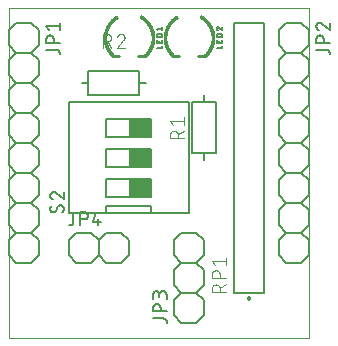
<source format=gto>
G04 EAGLE Gerber RS-274X export*
G75*
%MOMM*%
%FSLAX34Y34*%
%LPD*%
%INSilk top*%
%IPPOS*%
%AMOC8*
5,1,8,0,0,1.08239X$1,22.5*%
G01*
%ADD10C,0.000000*%
%ADD11C,0.025400*%
%ADD12C,0.254000*%
%ADD13C,0.127000*%
%ADD14C,0.152400*%
%ADD15C,0.101600*%
%ADD16C,0.200000*%
%ADD17R,1.905000X1.524000*%


D10*
X0Y0D02*
X0Y279400D01*
X254000Y279400D01*
X254000Y0D01*
X0Y0D01*
D11*
X115438Y237594D02*
X113974Y239350D01*
X113975Y239350D02*
X114322Y239651D01*
X114662Y239960D01*
X114995Y240277D01*
X115320Y240602D01*
X115637Y240934D01*
X115946Y241274D01*
X116247Y241622D01*
X116540Y241976D01*
X116823Y242338D01*
X117098Y242706D01*
X117365Y243081D01*
X117622Y243462D01*
X117870Y243849D01*
X118108Y244241D01*
X118337Y244640D01*
X118557Y245044D01*
X118767Y245452D01*
X118967Y245866D01*
X119157Y246285D01*
X119336Y246708D01*
X119506Y247135D01*
X119665Y247566D01*
X119814Y248001D01*
X119953Y248439D01*
X120081Y248880D01*
X120198Y249325D01*
X120305Y249772D01*
X120401Y250221D01*
X120486Y250673D01*
X120560Y251126D01*
X120624Y251582D01*
X120676Y252038D01*
X120718Y252496D01*
X120748Y252954D01*
X120768Y253414D01*
X120777Y253873D01*
X123062Y253874D01*
X123063Y253873D01*
X123053Y253358D01*
X123032Y252843D01*
X122998Y252329D01*
X122952Y251816D01*
X122893Y251304D01*
X122822Y250794D01*
X122739Y250285D01*
X122644Y249779D01*
X122536Y249275D01*
X122417Y248774D01*
X122286Y248276D01*
X122142Y247781D01*
X121987Y247290D01*
X121820Y246802D01*
X121641Y246319D01*
X121451Y245840D01*
X121250Y245366D01*
X121037Y244897D01*
X120813Y244433D01*
X120578Y243974D01*
X120331Y243522D01*
X120075Y243075D01*
X119807Y242635D01*
X119529Y242201D01*
X119241Y241774D01*
X118942Y241354D01*
X118633Y240942D01*
X118315Y240536D01*
X117987Y240139D01*
X117650Y239750D01*
X117303Y239369D01*
X116947Y238996D01*
X116583Y238632D01*
X116210Y238277D01*
X115828Y237931D01*
X115438Y237594D01*
X115284Y237778D01*
X115670Y238111D01*
X116047Y238453D01*
X116416Y238805D01*
X116776Y239165D01*
X117128Y239533D01*
X117471Y239910D01*
X117804Y240295D01*
X118129Y240688D01*
X118443Y241088D01*
X118748Y241496D01*
X119044Y241911D01*
X119329Y242333D01*
X119604Y242762D01*
X119868Y243198D01*
X120122Y243639D01*
X120365Y244087D01*
X120598Y244540D01*
X120819Y244998D01*
X121030Y245462D01*
X121229Y245931D01*
X121417Y246405D01*
X121594Y246882D01*
X121759Y247364D01*
X121912Y247850D01*
X122054Y248339D01*
X122184Y248832D01*
X122302Y249327D01*
X122408Y249825D01*
X122503Y250326D01*
X122585Y250829D01*
X122655Y251333D01*
X122713Y251839D01*
X122758Y252347D01*
X122792Y252855D01*
X122813Y253364D01*
X122823Y253873D01*
X122583Y253873D01*
X122574Y253370D01*
X122552Y252867D01*
X122519Y252364D01*
X122474Y251863D01*
X122417Y251362D01*
X122347Y250864D01*
X122266Y250367D01*
X122173Y249872D01*
X122068Y249379D01*
X121951Y248890D01*
X121823Y248403D01*
X121683Y247919D01*
X121531Y247439D01*
X121368Y246963D01*
X121193Y246490D01*
X121007Y246022D01*
X120810Y245559D01*
X120602Y245100D01*
X120383Y244647D01*
X120153Y244199D01*
X119913Y243756D01*
X119662Y243320D01*
X119400Y242890D01*
X119128Y242466D01*
X118847Y242048D01*
X118555Y241638D01*
X118253Y241235D01*
X117942Y240839D01*
X117622Y240450D01*
X117292Y240070D01*
X116953Y239697D01*
X116606Y239333D01*
X116249Y238977D01*
X115885Y238630D01*
X115512Y238292D01*
X115131Y237962D01*
X114977Y238147D01*
X115354Y238472D01*
X115722Y238807D01*
X116083Y239150D01*
X116435Y239502D01*
X116778Y239862D01*
X117113Y240230D01*
X117439Y240606D01*
X117756Y240990D01*
X118063Y241381D01*
X118361Y241780D01*
X118650Y242186D01*
X118928Y242598D01*
X119197Y243017D01*
X119455Y243442D01*
X119703Y243874D01*
X119941Y244311D01*
X120168Y244754D01*
X120385Y245202D01*
X120590Y245655D01*
X120785Y246113D01*
X120969Y246576D01*
X121141Y247043D01*
X121303Y247514D01*
X121453Y247988D01*
X121591Y248466D01*
X121718Y248947D01*
X121834Y249431D01*
X121937Y249918D01*
X122030Y250407D01*
X122110Y250899D01*
X122178Y251391D01*
X122235Y251886D01*
X122280Y252382D01*
X122313Y252878D01*
X122334Y253376D01*
X122343Y253873D01*
X122103Y253873D01*
X122094Y253381D01*
X122073Y252890D01*
X122040Y252399D01*
X121996Y251909D01*
X121940Y251421D01*
X121872Y250933D01*
X121793Y250448D01*
X121702Y249965D01*
X121599Y249484D01*
X121485Y249005D01*
X121360Y248530D01*
X121223Y248057D01*
X121075Y247588D01*
X120915Y247123D01*
X120745Y246662D01*
X120563Y246204D01*
X120371Y245752D01*
X120167Y245304D01*
X119954Y244861D01*
X119729Y244423D01*
X119494Y243991D01*
X119249Y243565D01*
X118993Y243145D01*
X118728Y242730D01*
X118453Y242323D01*
X118168Y241922D01*
X117873Y241528D01*
X117569Y241141D01*
X117256Y240762D01*
X116934Y240390D01*
X116603Y240026D01*
X116264Y239670D01*
X115916Y239323D01*
X115560Y238983D01*
X115196Y238653D01*
X114823Y238331D01*
X114670Y238516D01*
X115037Y238833D01*
X115397Y239160D01*
X115749Y239495D01*
X116093Y239839D01*
X116429Y240190D01*
X116755Y240550D01*
X117074Y240917D01*
X117383Y241292D01*
X117683Y241675D01*
X117974Y242064D01*
X118256Y242460D01*
X118528Y242863D01*
X118790Y243272D01*
X119042Y243687D01*
X119285Y244109D01*
X119517Y244536D01*
X119739Y244968D01*
X119950Y245406D01*
X120151Y245848D01*
X120341Y246296D01*
X120521Y246747D01*
X120689Y247203D01*
X120847Y247663D01*
X120993Y248126D01*
X121128Y248593D01*
X121252Y249063D01*
X121365Y249536D01*
X121467Y250011D01*
X121556Y250489D01*
X121635Y250968D01*
X121702Y251450D01*
X121757Y251933D01*
X121801Y252417D01*
X121833Y252902D01*
X121854Y253387D01*
X121863Y253873D01*
X121623Y253873D01*
X121614Y253393D01*
X121593Y252913D01*
X121562Y252434D01*
X121518Y251956D01*
X121464Y251479D01*
X121397Y251003D01*
X121320Y250529D01*
X121231Y250058D01*
X121131Y249588D01*
X121019Y249121D01*
X120897Y248657D01*
X120763Y248195D01*
X120618Y247738D01*
X120463Y247283D01*
X120296Y246833D01*
X120119Y246387D01*
X119931Y245945D01*
X119733Y245507D01*
X119524Y245075D01*
X119305Y244648D01*
X119075Y244226D01*
X118836Y243810D01*
X118587Y243399D01*
X118328Y242995D01*
X118059Y242597D01*
X117781Y242206D01*
X117493Y241821D01*
X117197Y241443D01*
X116891Y241073D01*
X116577Y240710D01*
X116254Y240355D01*
X115922Y240007D01*
X115583Y239668D01*
X115235Y239337D01*
X114879Y239014D01*
X114516Y238700D01*
X114363Y238884D01*
X114721Y239195D01*
X115072Y239513D01*
X115416Y239841D01*
X115751Y240176D01*
X116079Y240519D01*
X116398Y240870D01*
X116708Y241229D01*
X117010Y241595D01*
X117303Y241968D01*
X117587Y242348D01*
X117862Y242734D01*
X118127Y243127D01*
X118383Y243527D01*
X118630Y243932D01*
X118866Y244343D01*
X119093Y244760D01*
X119309Y245182D01*
X119515Y245609D01*
X119711Y246041D01*
X119897Y246478D01*
X120072Y246919D01*
X120237Y247363D01*
X120390Y247812D01*
X120533Y248264D01*
X120665Y248720D01*
X120787Y249179D01*
X120897Y249640D01*
X120996Y250104D01*
X121083Y250570D01*
X121160Y251038D01*
X121225Y251508D01*
X121280Y251979D01*
X121322Y252452D01*
X121354Y252925D01*
X121374Y253399D01*
X121383Y253873D01*
X121143Y253873D01*
X121134Y253405D01*
X121114Y252937D01*
X121083Y252469D01*
X121041Y252003D01*
X120987Y251537D01*
X120923Y251073D01*
X120847Y250611D01*
X120760Y250150D01*
X120662Y249692D01*
X120554Y249236D01*
X120434Y248784D01*
X120303Y248334D01*
X120162Y247887D01*
X120010Y247444D01*
X119848Y247004D01*
X119675Y246569D01*
X119492Y246138D01*
X119298Y245711D01*
X119094Y245289D01*
X118880Y244872D01*
X118657Y244461D01*
X118423Y244055D01*
X118180Y243654D01*
X117927Y243260D01*
X117665Y242871D01*
X117394Y242490D01*
X117113Y242114D01*
X116824Y241746D01*
X116526Y241384D01*
X116219Y241030D01*
X115904Y240684D01*
X115581Y240344D01*
X115249Y240013D01*
X114910Y239690D01*
X114563Y239375D01*
X114209Y239069D01*
X114055Y239253D01*
X114405Y239556D01*
X114748Y239867D01*
X115083Y240186D01*
X115410Y240513D01*
X115729Y240848D01*
X116040Y241190D01*
X116343Y241540D01*
X116637Y241897D01*
X116923Y242261D01*
X117200Y242631D01*
X117468Y243009D01*
X117727Y243392D01*
X117977Y243782D01*
X118217Y244177D01*
X118447Y244578D01*
X118668Y244985D01*
X118879Y245396D01*
X119081Y245813D01*
X119272Y246234D01*
X119453Y246660D01*
X119624Y247090D01*
X119784Y247524D01*
X119934Y247962D01*
X120074Y248403D01*
X120202Y248847D01*
X120321Y249294D01*
X120428Y249744D01*
X120525Y250197D01*
X120610Y250651D01*
X120685Y251108D01*
X120749Y251566D01*
X120802Y252026D01*
X120844Y252487D01*
X120874Y252948D01*
X120894Y253411D01*
X120903Y253873D01*
X123062Y254126D02*
X120776Y254126D01*
X120777Y254127D02*
X120768Y254592D01*
X120748Y255057D01*
X120717Y255521D01*
X120674Y255984D01*
X120620Y256446D01*
X120555Y256907D01*
X120479Y257366D01*
X120392Y257823D01*
X120294Y258278D01*
X120184Y258730D01*
X120064Y259180D01*
X119933Y259626D01*
X119791Y260069D01*
X119638Y260509D01*
X119475Y260944D01*
X119301Y261376D01*
X119117Y261803D01*
X118923Y262226D01*
X118718Y262644D01*
X118503Y263057D01*
X118278Y263464D01*
X118044Y263866D01*
X117800Y264262D01*
X117546Y264652D01*
X117283Y265036D01*
X117010Y265413D01*
X116729Y265783D01*
X116439Y266147D01*
X116140Y266503D01*
X115832Y266852D01*
X115516Y267194D01*
X115192Y267528D01*
X114859Y267853D01*
X114519Y268171D01*
X114172Y268480D01*
X113817Y268781D01*
X113455Y269073D01*
X113085Y269356D01*
X112709Y269630D01*
X112327Y269895D01*
X111938Y270151D01*
X111543Y270397D01*
X111142Y270633D01*
X110736Y270860D01*
X111811Y272877D01*
X111812Y272877D01*
X112267Y272623D01*
X112717Y272359D01*
X113159Y272083D01*
X113595Y271797D01*
X114024Y271500D01*
X114446Y271194D01*
X114860Y270876D01*
X115266Y270549D01*
X115664Y270212D01*
X116053Y269866D01*
X116435Y269510D01*
X116807Y269145D01*
X117170Y268771D01*
X117525Y268389D01*
X117870Y267998D01*
X118205Y267598D01*
X118530Y267191D01*
X118846Y266776D01*
X119151Y266353D01*
X119446Y265923D01*
X119730Y265486D01*
X120004Y265042D01*
X120267Y264592D01*
X120519Y264135D01*
X120759Y263673D01*
X120989Y263204D01*
X121207Y262731D01*
X121413Y262252D01*
X121608Y261768D01*
X121790Y261280D01*
X121961Y260787D01*
X122120Y260290D01*
X122267Y259790D01*
X122402Y259286D01*
X122524Y258779D01*
X122634Y258270D01*
X122731Y257757D01*
X122816Y257243D01*
X122889Y256726D01*
X122949Y256209D01*
X122996Y255689D01*
X123031Y255169D01*
X123053Y254648D01*
X123063Y254127D01*
X122823Y254127D01*
X122813Y254642D01*
X122791Y255157D01*
X122757Y255672D01*
X122710Y256185D01*
X122651Y256697D01*
X122579Y257208D01*
X122495Y257716D01*
X122398Y258223D01*
X122290Y258727D01*
X122169Y259228D01*
X122036Y259726D01*
X121891Y260221D01*
X121733Y260712D01*
X121564Y261199D01*
X121384Y261681D01*
X121191Y262160D01*
X120987Y262633D01*
X120772Y263102D01*
X120545Y263565D01*
X120307Y264022D01*
X120058Y264473D01*
X119798Y264919D01*
X119528Y265357D01*
X119247Y265790D01*
X118955Y266215D01*
X118653Y266633D01*
X118341Y267043D01*
X118019Y267446D01*
X117688Y267841D01*
X117347Y268227D01*
X116997Y268606D01*
X116637Y268975D01*
X116269Y269336D01*
X115892Y269688D01*
X115507Y270031D01*
X115113Y270364D01*
X114712Y270687D01*
X114303Y271001D01*
X113886Y271304D01*
X113462Y271597D01*
X113031Y271880D01*
X112593Y272153D01*
X112149Y272414D01*
X111699Y272665D01*
X111586Y272454D01*
X112031Y272206D01*
X112470Y271947D01*
X112903Y271678D01*
X113329Y271398D01*
X113748Y271108D01*
X114160Y270808D01*
X114564Y270498D01*
X114961Y270178D01*
X115350Y269849D01*
X115731Y269510D01*
X116104Y269162D01*
X116468Y268806D01*
X116823Y268440D01*
X117169Y268066D01*
X117506Y267684D01*
X117834Y267294D01*
X118152Y266895D01*
X118460Y266490D01*
X118759Y266076D01*
X119047Y265656D01*
X119325Y265229D01*
X119593Y264795D01*
X119849Y264355D01*
X120096Y263909D01*
X120331Y263457D01*
X120555Y262999D01*
X120768Y262536D01*
X120970Y262068D01*
X121160Y261595D01*
X121339Y261118D01*
X121506Y260636D01*
X121661Y260151D01*
X121804Y259662D01*
X121936Y259169D01*
X122056Y258674D01*
X122163Y258176D01*
X122258Y257675D01*
X122342Y257172D01*
X122413Y256668D01*
X122471Y256161D01*
X122518Y255654D01*
X122552Y255145D01*
X122573Y254636D01*
X122583Y254127D01*
X122343Y254127D01*
X122333Y254630D01*
X122312Y255134D01*
X122278Y255636D01*
X122232Y256138D01*
X122174Y256638D01*
X122104Y257137D01*
X122022Y257634D01*
X121928Y258129D01*
X121821Y258621D01*
X121703Y259111D01*
X121573Y259598D01*
X121431Y260081D01*
X121278Y260561D01*
X121113Y261037D01*
X120936Y261509D01*
X120748Y261976D01*
X120549Y262438D01*
X120338Y262896D01*
X120116Y263349D01*
X119884Y263795D01*
X119641Y264237D01*
X119387Y264672D01*
X119122Y265100D01*
X118848Y265523D01*
X118563Y265938D01*
X118268Y266346D01*
X117963Y266748D01*
X117649Y267141D01*
X117325Y267527D01*
X116992Y267905D01*
X116649Y268275D01*
X116298Y268636D01*
X115938Y268988D01*
X115570Y269332D01*
X115194Y269667D01*
X114809Y269992D01*
X114417Y270308D01*
X114017Y270615D01*
X113610Y270911D01*
X113196Y271198D01*
X112775Y271475D01*
X112347Y271741D01*
X111913Y271997D01*
X111473Y272242D01*
X111360Y272030D01*
X111795Y271788D01*
X112224Y271535D01*
X112646Y271272D01*
X113063Y270998D01*
X113472Y270715D01*
X113874Y270422D01*
X114269Y270119D01*
X114657Y269807D01*
X115037Y269485D01*
X115409Y269154D01*
X115773Y268814D01*
X116129Y268466D01*
X116476Y268109D01*
X116814Y267744D01*
X117143Y267370D01*
X117463Y266989D01*
X117774Y266600D01*
X118075Y266203D01*
X118366Y265800D01*
X118648Y265389D01*
X118920Y264972D01*
X119181Y264548D01*
X119432Y264118D01*
X119672Y263682D01*
X119902Y263241D01*
X120121Y262793D01*
X120329Y262341D01*
X120526Y261884D01*
X120712Y261422D01*
X120887Y260956D01*
X121050Y260486D01*
X121202Y260011D01*
X121342Y259534D01*
X121470Y259053D01*
X121587Y258569D01*
X121692Y258082D01*
X121786Y257593D01*
X121867Y257102D01*
X121936Y256609D01*
X121994Y256114D01*
X122039Y255619D01*
X122072Y255122D01*
X122093Y254624D01*
X122103Y254127D01*
X121863Y254127D01*
X121854Y254618D01*
X121833Y255110D01*
X121800Y255601D01*
X121755Y256091D01*
X121698Y256579D01*
X121629Y257067D01*
X121549Y257552D01*
X121457Y258035D01*
X121353Y258516D01*
X121238Y258994D01*
X121111Y259470D01*
X120972Y259942D01*
X120822Y260410D01*
X120661Y260875D01*
X120488Y261336D01*
X120304Y261792D01*
X120110Y262244D01*
X119904Y262691D01*
X119688Y263133D01*
X119461Y263569D01*
X119223Y264000D01*
X118975Y264425D01*
X118717Y264843D01*
X118449Y265256D01*
X118170Y265661D01*
X117882Y266060D01*
X117585Y266452D01*
X117278Y266836D01*
X116961Y267213D01*
X116636Y267582D01*
X116302Y267943D01*
X115959Y268296D01*
X115608Y268641D01*
X115248Y268976D01*
X114880Y269303D01*
X114505Y269621D01*
X114122Y269930D01*
X113732Y270229D01*
X113334Y270519D01*
X112929Y270799D01*
X112518Y271069D01*
X112101Y271329D01*
X111677Y271579D01*
X111247Y271818D01*
X111134Y271606D01*
X111559Y271370D01*
X111977Y271123D01*
X112390Y270866D01*
X112796Y270599D01*
X113196Y270322D01*
X113589Y270036D01*
X113974Y269740D01*
X114353Y269435D01*
X114724Y269121D01*
X115087Y268798D01*
X115442Y268467D01*
X115789Y268126D01*
X116128Y267778D01*
X116458Y267421D01*
X116780Y267056D01*
X117092Y266684D01*
X117396Y266304D01*
X117690Y265917D01*
X117974Y265523D01*
X118249Y265122D01*
X118514Y264715D01*
X118769Y264301D01*
X119014Y263881D01*
X119249Y263456D01*
X119473Y263025D01*
X119687Y262588D01*
X119890Y262146D01*
X120083Y261700D01*
X120264Y261249D01*
X120435Y260794D01*
X120594Y260335D01*
X120742Y259872D01*
X120879Y259406D01*
X121005Y258936D01*
X121119Y258463D01*
X121222Y257988D01*
X121313Y257511D01*
X121392Y257031D01*
X121460Y256550D01*
X121516Y256067D01*
X121560Y255583D01*
X121593Y255098D01*
X121614Y254613D01*
X121623Y254127D01*
X121383Y254127D01*
X121374Y254607D01*
X121353Y255086D01*
X121321Y255565D01*
X121277Y256044D01*
X121222Y256521D01*
X121155Y256996D01*
X121076Y257470D01*
X120986Y257941D01*
X120885Y258411D01*
X120772Y258878D01*
X120648Y259341D01*
X120513Y259802D01*
X120366Y260259D01*
X120209Y260713D01*
X120040Y261163D01*
X119861Y261608D01*
X119671Y262049D01*
X119470Y262485D01*
X119259Y262917D01*
X119037Y263343D01*
X118806Y263763D01*
X118564Y264178D01*
X118311Y264586D01*
X118050Y264989D01*
X117778Y265385D01*
X117497Y265774D01*
X117206Y266157D01*
X116907Y266532D01*
X116598Y266900D01*
X116281Y267260D01*
X115954Y267612D01*
X115620Y267956D01*
X115277Y268293D01*
X114926Y268620D01*
X114567Y268939D01*
X114201Y269250D01*
X113827Y269551D01*
X113446Y269843D01*
X113058Y270126D01*
X112663Y270399D01*
X112262Y270663D01*
X111854Y270917D01*
X111441Y271161D01*
X111021Y271395D01*
X110908Y271183D01*
X111322Y270952D01*
X111731Y270711D01*
X112134Y270460D01*
X112530Y270200D01*
X112920Y269930D01*
X113303Y269650D01*
X113679Y269362D01*
X114049Y269064D01*
X114411Y268758D01*
X114765Y268442D01*
X115112Y268119D01*
X115450Y267787D01*
X115781Y267446D01*
X116103Y267098D01*
X116417Y266743D01*
X116721Y266379D01*
X117017Y266009D01*
X117304Y265631D01*
X117582Y265247D01*
X117850Y264855D01*
X118109Y264458D01*
X118358Y264054D01*
X118597Y263645D01*
X118826Y263229D01*
X119045Y262809D01*
X119253Y262383D01*
X119452Y261952D01*
X119639Y261516D01*
X119817Y261076D01*
X119983Y260632D01*
X120138Y260184D01*
X120283Y259732D01*
X120417Y259277D01*
X120539Y258819D01*
X120651Y258358D01*
X120751Y257895D01*
X120840Y257429D01*
X120917Y256961D01*
X120983Y256491D01*
X121038Y256020D01*
X121082Y255548D01*
X121113Y255075D01*
X121134Y254601D01*
X121143Y254127D01*
X120903Y254127D01*
X120894Y254595D01*
X120874Y255063D01*
X120842Y255530D01*
X120799Y255997D01*
X120745Y256462D01*
X120680Y256926D01*
X120603Y257388D01*
X120515Y257848D01*
X120416Y258306D01*
X120306Y258761D01*
X120185Y259213D01*
X120053Y259663D01*
X119911Y260109D01*
X119757Y260551D01*
X119593Y260990D01*
X119418Y261424D01*
X119232Y261854D01*
X119037Y262280D01*
X118830Y262701D01*
X118614Y263116D01*
X118388Y263526D01*
X118152Y263931D01*
X117906Y264329D01*
X117651Y264722D01*
X117386Y265108D01*
X117112Y265488D01*
X116828Y265861D01*
X116536Y266227D01*
X116235Y266586D01*
X115925Y266937D01*
X115607Y267281D01*
X115281Y267617D01*
X114946Y267945D01*
X114604Y268264D01*
X114254Y268576D01*
X113897Y268879D01*
X113532Y269172D01*
X113160Y269458D01*
X112782Y269733D01*
X112397Y270000D01*
X112005Y270257D01*
X111608Y270505D01*
X111204Y270743D01*
X110795Y270971D01*
X80138Y253874D02*
X82424Y253874D01*
X82423Y253873D02*
X82432Y253405D01*
X82453Y252937D01*
X82484Y252469D01*
X82527Y252002D01*
X82582Y251537D01*
X82648Y251073D01*
X82725Y250611D01*
X82813Y250151D01*
X82913Y249693D01*
X83024Y249237D01*
X83146Y248785D01*
X83279Y248336D01*
X83423Y247890D01*
X83577Y247447D01*
X83743Y247009D01*
X83919Y246575D01*
X84106Y246145D01*
X84303Y245720D01*
X84510Y245300D01*
X84728Y244885D01*
X84956Y244475D01*
X85193Y244071D01*
X85441Y243673D01*
X85698Y243282D01*
X85965Y242896D01*
X86241Y242517D01*
X86526Y242146D01*
X86820Y241781D01*
X87123Y241423D01*
X87435Y241073D01*
X87755Y240731D01*
X88083Y240397D01*
X88419Y240071D01*
X88764Y239753D01*
X89116Y239443D01*
X87639Y237699D01*
X87639Y237698D01*
X87244Y238045D01*
X86858Y238401D01*
X86481Y238766D01*
X86112Y239141D01*
X85753Y239524D01*
X85404Y239917D01*
X85064Y240317D01*
X84734Y240726D01*
X84414Y241143D01*
X84105Y241567D01*
X83806Y241999D01*
X83517Y242438D01*
X83240Y242884D01*
X82973Y243337D01*
X82718Y243796D01*
X82474Y244261D01*
X82241Y244732D01*
X82020Y245209D01*
X81811Y245691D01*
X81613Y246178D01*
X81428Y246669D01*
X81254Y247165D01*
X81093Y247665D01*
X80944Y248169D01*
X80808Y248676D01*
X80684Y249187D01*
X80572Y249700D01*
X80473Y250216D01*
X80387Y250734D01*
X80313Y251254D01*
X80253Y251776D01*
X80205Y252299D01*
X80169Y252823D01*
X80147Y253348D01*
X80137Y253873D01*
X80377Y253873D01*
X80387Y253354D01*
X80409Y252835D01*
X80444Y252317D01*
X80491Y251800D01*
X80552Y251284D01*
X80624Y250770D01*
X80710Y250257D01*
X80807Y249747D01*
X80918Y249240D01*
X81040Y248735D01*
X81175Y248233D01*
X81323Y247735D01*
X81482Y247241D01*
X81653Y246751D01*
X81837Y246265D01*
X82032Y245784D01*
X82239Y245307D01*
X82457Y244836D01*
X82687Y244370D01*
X82929Y243910D01*
X83181Y243457D01*
X83445Y243009D01*
X83719Y242568D01*
X84004Y242134D01*
X84300Y241707D01*
X84606Y241287D01*
X84922Y240875D01*
X85248Y240471D01*
X85584Y240075D01*
X85930Y239687D01*
X86285Y239308D01*
X86649Y238938D01*
X87022Y238576D01*
X87404Y238224D01*
X87794Y237881D01*
X87949Y238065D01*
X87563Y238403D01*
X87186Y238751D01*
X86817Y239109D01*
X86457Y239475D01*
X86106Y239850D01*
X85765Y240233D01*
X85433Y240625D01*
X85110Y241024D01*
X84798Y241431D01*
X84495Y241846D01*
X84203Y242268D01*
X83921Y242698D01*
X83650Y243134D01*
X83389Y243576D01*
X83140Y244025D01*
X82901Y244479D01*
X82674Y244940D01*
X82458Y245405D01*
X82253Y245876D01*
X82060Y246352D01*
X81879Y246833D01*
X81710Y247317D01*
X81552Y247806D01*
X81407Y248298D01*
X81273Y248794D01*
X81152Y249293D01*
X81043Y249795D01*
X80946Y250299D01*
X80862Y250805D01*
X80790Y251314D01*
X80730Y251824D01*
X80683Y252335D01*
X80649Y252847D01*
X80627Y253360D01*
X80617Y253873D01*
X80857Y253873D01*
X80867Y253366D01*
X80888Y252859D01*
X80923Y252353D01*
X80969Y251847D01*
X81028Y251343D01*
X81099Y250841D01*
X81182Y250340D01*
X81278Y249842D01*
X81386Y249346D01*
X81506Y248853D01*
X81638Y248363D01*
X81782Y247876D01*
X81937Y247393D01*
X82105Y246914D01*
X82284Y246439D01*
X82475Y245969D01*
X82677Y245504D01*
X82890Y245043D01*
X83115Y244588D01*
X83351Y244139D01*
X83598Y243695D01*
X83855Y243258D01*
X84123Y242827D01*
X84402Y242403D01*
X84690Y241986D01*
X84989Y241576D01*
X85298Y241173D01*
X85617Y240778D01*
X85945Y240391D01*
X86283Y240012D01*
X86630Y239642D01*
X86985Y239280D01*
X87350Y238927D01*
X87723Y238583D01*
X88104Y238248D01*
X88259Y238431D01*
X87882Y238762D01*
X87514Y239102D01*
X87154Y239451D01*
X86802Y239809D01*
X86459Y240175D01*
X86126Y240549D01*
X85801Y240932D01*
X85486Y241322D01*
X85181Y241720D01*
X84886Y242125D01*
X84600Y242538D01*
X84325Y242957D01*
X84060Y243383D01*
X83806Y243815D01*
X83562Y244253D01*
X83329Y244697D01*
X83107Y245147D01*
X82896Y245602D01*
X82696Y246062D01*
X82508Y246527D01*
X82330Y246996D01*
X82165Y247469D01*
X82011Y247947D01*
X81869Y248428D01*
X81738Y248912D01*
X81620Y249399D01*
X81513Y249889D01*
X81419Y250382D01*
X81336Y250876D01*
X81266Y251373D01*
X81208Y251871D01*
X81162Y252371D01*
X81128Y252871D01*
X81107Y253372D01*
X81097Y253873D01*
X81337Y253873D01*
X81347Y253378D01*
X81368Y252883D01*
X81401Y252388D01*
X81447Y251895D01*
X81504Y251403D01*
X81574Y250912D01*
X81655Y250423D01*
X81749Y249937D01*
X81854Y249452D01*
X81971Y248971D01*
X82100Y248492D01*
X82240Y248017D01*
X82393Y247545D01*
X82556Y247078D01*
X82731Y246614D01*
X82917Y246155D01*
X83115Y245700D01*
X83323Y245251D01*
X83543Y244806D01*
X83773Y244368D01*
X84014Y243934D01*
X84265Y243507D01*
X84527Y243087D01*
X84799Y242672D01*
X85081Y242265D01*
X85373Y241864D01*
X85675Y241471D01*
X85986Y241086D01*
X86306Y240708D01*
X86636Y240338D01*
X86974Y239976D01*
X87322Y239622D01*
X87678Y239277D01*
X88042Y238941D01*
X88414Y238614D01*
X88569Y238797D01*
X88201Y239121D01*
X87842Y239453D01*
X87490Y239793D01*
X87147Y240143D01*
X86812Y240500D01*
X86487Y240866D01*
X86170Y241239D01*
X85863Y241620D01*
X85565Y242009D01*
X85276Y242404D01*
X84998Y242807D01*
X84729Y243216D01*
X84470Y243632D01*
X84222Y244054D01*
X83984Y244482D01*
X83757Y244915D01*
X83540Y245354D01*
X83334Y245799D01*
X83139Y246248D01*
X82955Y246701D01*
X82782Y247159D01*
X82620Y247621D01*
X82470Y248087D01*
X82331Y248557D01*
X82204Y249030D01*
X82088Y249505D01*
X81984Y249984D01*
X81892Y250465D01*
X81811Y250948D01*
X81742Y251432D01*
X81685Y251919D01*
X81641Y252406D01*
X81608Y252895D01*
X81586Y253384D01*
X81577Y253873D01*
X81817Y253873D01*
X81826Y253390D01*
X81847Y252907D01*
X81880Y252424D01*
X81924Y251942D01*
X81980Y251462D01*
X82048Y250983D01*
X82128Y250506D01*
X82219Y250031D01*
X82322Y249559D01*
X82436Y249089D01*
X82562Y248622D01*
X82699Y248158D01*
X82848Y247698D01*
X83007Y247241D01*
X83178Y246789D01*
X83360Y246340D01*
X83553Y245897D01*
X83756Y245458D01*
X83970Y245024D01*
X84195Y244596D01*
X84430Y244173D01*
X84675Y243757D01*
X84931Y243346D01*
X85196Y242942D01*
X85472Y242544D01*
X85756Y242153D01*
X86051Y241769D01*
X86354Y241393D01*
X86667Y241024D01*
X86989Y240663D01*
X87319Y240310D01*
X87658Y239965D01*
X88005Y239628D01*
X88361Y239300D01*
X88724Y238981D01*
X88879Y239164D01*
X88520Y239479D01*
X88169Y239803D01*
X87826Y240136D01*
X87492Y240477D01*
X87165Y240825D01*
X86848Y241182D01*
X86539Y241547D01*
X86239Y241918D01*
X85948Y242297D01*
X85667Y242683D01*
X85395Y243076D01*
X85133Y243476D01*
X84881Y243881D01*
X84638Y244293D01*
X84406Y244710D01*
X84184Y245133D01*
X83973Y245562D01*
X83772Y245995D01*
X83581Y246433D01*
X83402Y246876D01*
X83233Y247323D01*
X83075Y247774D01*
X82929Y248228D01*
X82793Y248686D01*
X82669Y249148D01*
X82556Y249612D01*
X82454Y250079D01*
X82364Y250548D01*
X82286Y251019D01*
X82219Y251492D01*
X82163Y251966D01*
X82119Y252442D01*
X82087Y252919D01*
X82066Y253396D01*
X82057Y253873D01*
X82297Y253873D01*
X82306Y253402D01*
X82327Y252930D01*
X82359Y252460D01*
X82402Y251990D01*
X82457Y251521D01*
X82523Y251054D01*
X82601Y250589D01*
X82690Y250126D01*
X82790Y249665D01*
X82902Y249207D01*
X83024Y248751D01*
X83158Y248299D01*
X83303Y247850D01*
X83459Y247404D01*
X83625Y246963D01*
X83803Y246526D01*
X83991Y246093D01*
X84189Y245665D01*
X84398Y245242D01*
X84617Y244825D01*
X84846Y244412D01*
X85086Y244006D01*
X85335Y243605D01*
X85594Y243211D01*
X85862Y242823D01*
X86140Y242442D01*
X86427Y242067D01*
X86723Y241700D01*
X87028Y241340D01*
X87342Y240988D01*
X87664Y240643D01*
X87995Y240307D01*
X88333Y239979D01*
X88680Y239659D01*
X89034Y239347D01*
X90841Y272572D02*
X91976Y270587D01*
X91975Y270588D02*
X91577Y270350D01*
X91185Y270104D01*
X90800Y269847D01*
X90420Y269582D01*
X90047Y269308D01*
X89681Y269024D01*
X89322Y268732D01*
X88970Y268431D01*
X88625Y268122D01*
X88288Y267805D01*
X87958Y267479D01*
X87637Y267146D01*
X87323Y266805D01*
X87018Y266456D01*
X86722Y266101D01*
X86434Y265738D01*
X86155Y265368D01*
X85885Y264992D01*
X85624Y264609D01*
X85373Y264220D01*
X85131Y263826D01*
X84898Y263425D01*
X84676Y263019D01*
X84463Y262608D01*
X84260Y262191D01*
X84067Y261770D01*
X83885Y261345D01*
X83713Y260915D01*
X83551Y260481D01*
X83400Y260043D01*
X83259Y259602D01*
X83129Y259157D01*
X83010Y258710D01*
X82902Y258260D01*
X82804Y257807D01*
X82718Y257352D01*
X82643Y256895D01*
X82578Y256436D01*
X82525Y255976D01*
X82483Y255515D01*
X82452Y255053D01*
X82432Y254590D01*
X82423Y254127D01*
X80138Y254127D01*
X80137Y254127D01*
X80147Y254646D01*
X80169Y255165D01*
X80203Y255683D01*
X80250Y256200D01*
X80309Y256715D01*
X80381Y257229D01*
X80465Y257741D01*
X80562Y258251D01*
X80671Y258759D01*
X80792Y259263D01*
X80925Y259765D01*
X81071Y260263D01*
X81228Y260758D01*
X81398Y261248D01*
X81579Y261735D01*
X81772Y262217D01*
X81976Y262694D01*
X82192Y263165D01*
X82419Y263632D01*
X82658Y264093D01*
X82907Y264548D01*
X83168Y264997D01*
X83439Y265439D01*
X83721Y265875D01*
X84013Y266304D01*
X84316Y266726D01*
X84629Y267140D01*
X84951Y267546D01*
X85284Y267945D01*
X85626Y268336D01*
X85977Y268718D01*
X86337Y269091D01*
X86707Y269456D01*
X87085Y269811D01*
X87471Y270158D01*
X87866Y270495D01*
X88269Y270822D01*
X88679Y271139D01*
X89098Y271447D01*
X89523Y271744D01*
X89956Y272031D01*
X90395Y272307D01*
X90841Y272572D01*
X90960Y272364D01*
X90519Y272102D01*
X90085Y271828D01*
X89657Y271545D01*
X89236Y271251D01*
X88823Y270947D01*
X88417Y270633D01*
X88019Y270309D01*
X87628Y269976D01*
X87246Y269634D01*
X86873Y269282D01*
X86507Y268922D01*
X86151Y268553D01*
X85804Y268175D01*
X85466Y267789D01*
X85137Y267395D01*
X84818Y266993D01*
X84509Y266583D01*
X84210Y266166D01*
X83921Y265742D01*
X83642Y265311D01*
X83374Y264874D01*
X83116Y264430D01*
X82870Y263980D01*
X82634Y263525D01*
X82409Y263063D01*
X82196Y262597D01*
X81993Y262125D01*
X81803Y261649D01*
X81624Y261168D01*
X81456Y260683D01*
X81301Y260194D01*
X81157Y259701D01*
X81025Y259205D01*
X80905Y258706D01*
X80797Y258205D01*
X80702Y257700D01*
X80619Y257194D01*
X80548Y256686D01*
X80489Y256176D01*
X80442Y255665D01*
X80408Y255153D01*
X80387Y254640D01*
X80377Y254127D01*
X80617Y254127D01*
X80627Y254635D01*
X80648Y255141D01*
X80682Y255648D01*
X80728Y256153D01*
X80786Y256657D01*
X80856Y257159D01*
X80938Y257660D01*
X81033Y258158D01*
X81139Y258654D01*
X81258Y259147D01*
X81388Y259637D01*
X81530Y260124D01*
X81684Y260608D01*
X81850Y261087D01*
X82027Y261563D01*
X82215Y262033D01*
X82415Y262500D01*
X82626Y262961D01*
X82848Y263417D01*
X83081Y263868D01*
X83325Y264312D01*
X83580Y264751D01*
X83845Y265184D01*
X84121Y265609D01*
X84406Y266029D01*
X84702Y266441D01*
X85008Y266846D01*
X85323Y267243D01*
X85648Y267632D01*
X85982Y268014D01*
X86325Y268388D01*
X86678Y268753D01*
X87039Y269109D01*
X87408Y269457D01*
X87786Y269795D01*
X88172Y270124D01*
X88565Y270444D01*
X88967Y270755D01*
X89375Y271055D01*
X89791Y271346D01*
X90214Y271626D01*
X90643Y271896D01*
X91079Y272156D01*
X91198Y271947D01*
X90767Y271691D01*
X90343Y271424D01*
X89925Y271147D01*
X89514Y270859D01*
X89110Y270562D01*
X88714Y270256D01*
X88324Y269939D01*
X87943Y269614D01*
X87570Y269279D01*
X87205Y268936D01*
X86848Y268583D01*
X86500Y268223D01*
X86160Y267853D01*
X85830Y267476D01*
X85509Y267091D01*
X85197Y266698D01*
X84895Y266298D01*
X84603Y265891D01*
X84320Y265477D01*
X84048Y265056D01*
X83786Y264628D01*
X83534Y264194D01*
X83293Y263755D01*
X83063Y263309D01*
X82843Y262859D01*
X82635Y262403D01*
X82437Y261942D01*
X82251Y261476D01*
X82076Y261007D01*
X81912Y260533D01*
X81760Y260055D01*
X81620Y259574D01*
X81491Y259089D01*
X81374Y258601D01*
X81268Y258111D01*
X81175Y257619D01*
X81093Y257124D01*
X81024Y256627D01*
X80966Y256129D01*
X80921Y255630D01*
X80888Y255130D01*
X80867Y254629D01*
X80857Y254127D01*
X81097Y254127D01*
X81106Y254623D01*
X81127Y255118D01*
X81160Y255612D01*
X81205Y256106D01*
X81262Y256598D01*
X81331Y257089D01*
X81411Y257578D01*
X81504Y258065D01*
X81608Y258549D01*
X81724Y259031D01*
X81851Y259510D01*
X81990Y259985D01*
X82140Y260458D01*
X82302Y260926D01*
X82475Y261390D01*
X82659Y261850D01*
X82854Y262306D01*
X83060Y262756D01*
X83277Y263202D01*
X83505Y263642D01*
X83743Y264076D01*
X83992Y264505D01*
X84251Y264928D01*
X84520Y265344D01*
X84799Y265753D01*
X85088Y266156D01*
X85387Y266551D01*
X85695Y266939D01*
X86012Y267320D01*
X86339Y267693D01*
X86674Y268057D01*
X87018Y268414D01*
X87371Y268762D01*
X87731Y269102D01*
X88100Y269433D01*
X88477Y269754D01*
X88862Y270067D01*
X89254Y270370D01*
X89653Y270664D01*
X90059Y270947D01*
X90472Y271221D01*
X90891Y271485D01*
X91317Y271739D01*
X91436Y271531D01*
X91016Y271280D01*
X90601Y271019D01*
X90193Y270748D01*
X89792Y270468D01*
X89397Y270178D01*
X89010Y269878D01*
X88630Y269569D01*
X88258Y269251D01*
X87893Y268925D01*
X87537Y268589D01*
X87188Y268245D01*
X86848Y267892D01*
X86517Y267532D01*
X86194Y267164D01*
X85881Y266787D01*
X85576Y266404D01*
X85281Y266013D01*
X84996Y265615D01*
X84720Y265211D01*
X84454Y264800D01*
X84198Y264382D01*
X83952Y263959D01*
X83717Y263529D01*
X83492Y263094D01*
X83278Y262654D01*
X83074Y262209D01*
X82881Y261759D01*
X82699Y261304D01*
X82528Y260845D01*
X82368Y260383D01*
X82220Y259916D01*
X82082Y259446D01*
X81956Y258973D01*
X81842Y258497D01*
X81739Y258018D01*
X81648Y257537D01*
X81568Y257054D01*
X81500Y256569D01*
X81444Y256082D01*
X81400Y255595D01*
X81367Y255106D01*
X81346Y254617D01*
X81337Y254127D01*
X81577Y254127D01*
X81586Y254611D01*
X81607Y255094D01*
X81639Y255577D01*
X81683Y256059D01*
X81739Y256540D01*
X81806Y257019D01*
X81884Y257496D01*
X81975Y257971D01*
X82076Y258444D01*
X82189Y258915D01*
X82314Y259382D01*
X82449Y259847D01*
X82596Y260308D01*
X82754Y260765D01*
X82923Y261218D01*
X83103Y261667D01*
X83293Y262112D01*
X83495Y262552D01*
X83707Y262987D01*
X83929Y263416D01*
X84161Y263841D01*
X84404Y264259D01*
X84657Y264672D01*
X84920Y265078D01*
X85192Y265478D01*
X85474Y265871D01*
X85766Y266257D01*
X86067Y266636D01*
X86376Y267007D01*
X86695Y267371D01*
X87022Y267727D01*
X87358Y268076D01*
X87703Y268416D01*
X88055Y268747D01*
X88415Y269070D01*
X88783Y269384D01*
X89158Y269689D01*
X89541Y269985D01*
X89931Y270272D01*
X90327Y270549D01*
X90730Y270817D01*
X91140Y271074D01*
X91555Y271322D01*
X91674Y271114D01*
X91264Y270869D01*
X90859Y270614D01*
X90461Y270350D01*
X90070Y270076D01*
X89685Y269793D01*
X89307Y269501D01*
X88936Y269199D01*
X88572Y268889D01*
X88217Y268570D01*
X87869Y268242D01*
X87529Y267906D01*
X87197Y267562D01*
X86873Y267211D01*
X86559Y266851D01*
X86253Y266484D01*
X85955Y266109D01*
X85668Y265728D01*
X85389Y265340D01*
X85120Y264945D01*
X84860Y264544D01*
X84610Y264136D01*
X84371Y263723D01*
X84141Y263304D01*
X83921Y262879D01*
X83712Y262450D01*
X83513Y262015D01*
X83325Y261576D01*
X83147Y261132D01*
X82980Y260684D01*
X82824Y260233D01*
X82679Y259777D01*
X82545Y259318D01*
X82422Y258857D01*
X82310Y258392D01*
X82210Y257925D01*
X82121Y257455D01*
X82043Y256984D01*
X81977Y256510D01*
X81922Y256036D01*
X81878Y255560D01*
X81847Y255083D01*
X81826Y254605D01*
X81817Y254127D01*
X82057Y254127D01*
X82066Y254599D01*
X82086Y255071D01*
X82118Y255542D01*
X82161Y256012D01*
X82215Y256481D01*
X82281Y256949D01*
X82357Y257414D01*
X82445Y257878D01*
X82545Y258340D01*
X82655Y258798D01*
X82776Y259255D01*
X82909Y259708D01*
X83052Y260158D01*
X83206Y260604D01*
X83371Y261046D01*
X83546Y261484D01*
X83732Y261918D01*
X83929Y262347D01*
X84136Y262772D01*
X84353Y263191D01*
X84580Y263605D01*
X84816Y264013D01*
X85063Y264416D01*
X85320Y264812D01*
X85585Y265202D01*
X85861Y265586D01*
X86145Y265962D01*
X86438Y266332D01*
X86741Y266695D01*
X87052Y267050D01*
X87371Y267397D01*
X87699Y267737D01*
X88035Y268069D01*
X88378Y268392D01*
X88730Y268708D01*
X89089Y269014D01*
X89455Y269312D01*
X89828Y269601D01*
X90208Y269881D01*
X90595Y270151D01*
X90989Y270412D01*
X91388Y270664D01*
X91793Y270905D01*
X91913Y270697D01*
X91512Y270458D01*
X91118Y270210D01*
X90729Y269952D01*
X90347Y269685D01*
X89972Y269409D01*
X89603Y269123D01*
X89241Y268829D01*
X88887Y268526D01*
X88540Y268215D01*
X88201Y267896D01*
X87869Y267568D01*
X87545Y267232D01*
X87230Y266889D01*
X86923Y266538D01*
X86624Y266180D01*
X86335Y265815D01*
X86054Y265443D01*
X85782Y265064D01*
X85519Y264679D01*
X85266Y264288D01*
X85023Y263890D01*
X84789Y263487D01*
X84564Y263078D01*
X84350Y262664D01*
X84146Y262245D01*
X83952Y261821D01*
X83768Y261393D01*
X83595Y260960D01*
X83432Y260523D01*
X83280Y260083D01*
X83139Y259638D01*
X83008Y259191D01*
X82888Y258740D01*
X82779Y258287D01*
X82681Y257831D01*
X82594Y257373D01*
X82518Y256913D01*
X82453Y256452D01*
X82400Y255989D01*
X82357Y255524D01*
X82326Y255059D01*
X82306Y254594D01*
X82297Y254127D01*
D12*
X109474Y238252D02*
X114554Y238252D01*
X93218Y238252D02*
X88646Y238252D01*
D13*
X125095Y245080D02*
X129921Y245080D01*
X129921Y247225D01*
X129921Y249835D02*
X129921Y251979D01*
X129921Y249835D02*
X125095Y249835D01*
X125095Y251979D01*
X127240Y251443D02*
X127240Y249835D01*
X125095Y254570D02*
X129921Y254570D01*
X125095Y254570D02*
X125095Y255910D01*
X125097Y255980D01*
X125102Y256050D01*
X125112Y256120D01*
X125124Y256189D01*
X125141Y256257D01*
X125161Y256324D01*
X125184Y256391D01*
X125211Y256455D01*
X125241Y256519D01*
X125275Y256581D01*
X125311Y256640D01*
X125351Y256698D01*
X125394Y256754D01*
X125439Y256807D01*
X125488Y256858D01*
X125539Y256907D01*
X125592Y256952D01*
X125648Y256995D01*
X125706Y257035D01*
X125766Y257071D01*
X125827Y257105D01*
X125891Y257135D01*
X125955Y257162D01*
X126022Y257185D01*
X126089Y257205D01*
X126157Y257222D01*
X126226Y257234D01*
X126296Y257244D01*
X126366Y257249D01*
X126436Y257251D01*
X128580Y257251D01*
X128650Y257249D01*
X128720Y257244D01*
X128790Y257234D01*
X128859Y257222D01*
X128927Y257205D01*
X128994Y257185D01*
X129061Y257162D01*
X129125Y257135D01*
X129189Y257105D01*
X129251Y257071D01*
X129310Y257035D01*
X129368Y256995D01*
X129424Y256952D01*
X129477Y256907D01*
X129528Y256858D01*
X129577Y256807D01*
X129622Y256754D01*
X129665Y256698D01*
X129705Y256640D01*
X129741Y256580D01*
X129775Y256519D01*
X129805Y256455D01*
X129832Y256391D01*
X129855Y256324D01*
X129875Y256257D01*
X129892Y256189D01*
X129904Y256120D01*
X129914Y256050D01*
X129919Y255980D01*
X129921Y255910D01*
X129921Y254570D01*
X126167Y260239D02*
X125095Y261580D01*
X129921Y261580D01*
X129921Y262920D02*
X129921Y260239D01*
D11*
X166238Y237594D02*
X164774Y239350D01*
X164775Y239350D02*
X165122Y239651D01*
X165462Y239960D01*
X165795Y240277D01*
X166120Y240602D01*
X166437Y240934D01*
X166746Y241274D01*
X167047Y241622D01*
X167340Y241976D01*
X167623Y242338D01*
X167898Y242706D01*
X168165Y243081D01*
X168422Y243462D01*
X168670Y243849D01*
X168908Y244241D01*
X169137Y244640D01*
X169357Y245044D01*
X169567Y245452D01*
X169767Y245866D01*
X169957Y246285D01*
X170136Y246708D01*
X170306Y247135D01*
X170465Y247566D01*
X170614Y248001D01*
X170753Y248439D01*
X170881Y248880D01*
X170998Y249325D01*
X171105Y249772D01*
X171201Y250221D01*
X171286Y250673D01*
X171360Y251126D01*
X171424Y251582D01*
X171476Y252038D01*
X171518Y252496D01*
X171548Y252954D01*
X171568Y253414D01*
X171577Y253873D01*
X173862Y253874D01*
X173863Y253873D01*
X173853Y253358D01*
X173832Y252843D01*
X173798Y252329D01*
X173752Y251816D01*
X173693Y251304D01*
X173622Y250794D01*
X173539Y250285D01*
X173444Y249779D01*
X173336Y249275D01*
X173217Y248774D01*
X173086Y248276D01*
X172942Y247781D01*
X172787Y247290D01*
X172620Y246802D01*
X172441Y246319D01*
X172251Y245840D01*
X172050Y245366D01*
X171837Y244897D01*
X171613Y244433D01*
X171378Y243974D01*
X171131Y243522D01*
X170875Y243075D01*
X170607Y242635D01*
X170329Y242201D01*
X170041Y241774D01*
X169742Y241354D01*
X169433Y240942D01*
X169115Y240536D01*
X168787Y240139D01*
X168450Y239750D01*
X168103Y239369D01*
X167747Y238996D01*
X167383Y238632D01*
X167010Y238277D01*
X166628Y237931D01*
X166238Y237594D01*
X166084Y237778D01*
X166470Y238111D01*
X166847Y238453D01*
X167216Y238805D01*
X167576Y239165D01*
X167928Y239533D01*
X168271Y239910D01*
X168604Y240295D01*
X168929Y240688D01*
X169243Y241088D01*
X169548Y241496D01*
X169844Y241911D01*
X170129Y242333D01*
X170404Y242762D01*
X170668Y243198D01*
X170922Y243639D01*
X171165Y244087D01*
X171398Y244540D01*
X171619Y244998D01*
X171830Y245462D01*
X172029Y245931D01*
X172217Y246405D01*
X172394Y246882D01*
X172559Y247364D01*
X172712Y247850D01*
X172854Y248339D01*
X172984Y248832D01*
X173102Y249327D01*
X173208Y249825D01*
X173303Y250326D01*
X173385Y250829D01*
X173455Y251333D01*
X173513Y251839D01*
X173558Y252347D01*
X173592Y252855D01*
X173613Y253364D01*
X173623Y253873D01*
X173383Y253873D01*
X173374Y253370D01*
X173352Y252867D01*
X173319Y252364D01*
X173274Y251863D01*
X173217Y251362D01*
X173147Y250864D01*
X173066Y250367D01*
X172973Y249872D01*
X172868Y249379D01*
X172751Y248890D01*
X172623Y248403D01*
X172483Y247919D01*
X172331Y247439D01*
X172168Y246963D01*
X171993Y246490D01*
X171807Y246022D01*
X171610Y245559D01*
X171402Y245100D01*
X171183Y244647D01*
X170953Y244199D01*
X170713Y243756D01*
X170462Y243320D01*
X170200Y242890D01*
X169928Y242466D01*
X169647Y242048D01*
X169355Y241638D01*
X169053Y241235D01*
X168742Y240839D01*
X168422Y240450D01*
X168092Y240070D01*
X167753Y239697D01*
X167406Y239333D01*
X167049Y238977D01*
X166685Y238630D01*
X166312Y238292D01*
X165931Y237962D01*
X165777Y238147D01*
X166154Y238472D01*
X166522Y238807D01*
X166883Y239150D01*
X167235Y239502D01*
X167578Y239862D01*
X167913Y240230D01*
X168239Y240606D01*
X168556Y240990D01*
X168863Y241381D01*
X169161Y241780D01*
X169450Y242186D01*
X169728Y242598D01*
X169997Y243017D01*
X170255Y243442D01*
X170503Y243874D01*
X170741Y244311D01*
X170968Y244754D01*
X171185Y245202D01*
X171390Y245655D01*
X171585Y246113D01*
X171769Y246576D01*
X171941Y247043D01*
X172103Y247514D01*
X172253Y247988D01*
X172391Y248466D01*
X172518Y248947D01*
X172634Y249431D01*
X172737Y249918D01*
X172830Y250407D01*
X172910Y250899D01*
X172978Y251391D01*
X173035Y251886D01*
X173080Y252382D01*
X173113Y252878D01*
X173134Y253376D01*
X173143Y253873D01*
X172903Y253873D01*
X172894Y253381D01*
X172873Y252890D01*
X172840Y252399D01*
X172796Y251909D01*
X172740Y251421D01*
X172672Y250933D01*
X172593Y250448D01*
X172502Y249965D01*
X172399Y249484D01*
X172285Y249005D01*
X172160Y248530D01*
X172023Y248057D01*
X171875Y247588D01*
X171715Y247123D01*
X171545Y246662D01*
X171363Y246204D01*
X171171Y245752D01*
X170967Y245304D01*
X170754Y244861D01*
X170529Y244423D01*
X170294Y243991D01*
X170049Y243565D01*
X169793Y243145D01*
X169528Y242730D01*
X169253Y242323D01*
X168968Y241922D01*
X168673Y241528D01*
X168369Y241141D01*
X168056Y240762D01*
X167734Y240390D01*
X167403Y240026D01*
X167064Y239670D01*
X166716Y239323D01*
X166360Y238983D01*
X165996Y238653D01*
X165623Y238331D01*
X165470Y238516D01*
X165837Y238833D01*
X166197Y239160D01*
X166549Y239495D01*
X166893Y239839D01*
X167229Y240190D01*
X167555Y240550D01*
X167874Y240917D01*
X168183Y241292D01*
X168483Y241675D01*
X168774Y242064D01*
X169056Y242460D01*
X169328Y242863D01*
X169590Y243272D01*
X169842Y243687D01*
X170085Y244109D01*
X170317Y244536D01*
X170539Y244968D01*
X170750Y245406D01*
X170951Y245848D01*
X171141Y246296D01*
X171321Y246747D01*
X171489Y247203D01*
X171647Y247663D01*
X171793Y248126D01*
X171928Y248593D01*
X172052Y249063D01*
X172165Y249536D01*
X172267Y250011D01*
X172356Y250489D01*
X172435Y250968D01*
X172502Y251450D01*
X172557Y251933D01*
X172601Y252417D01*
X172633Y252902D01*
X172654Y253387D01*
X172663Y253873D01*
X172423Y253873D01*
X172414Y253393D01*
X172393Y252913D01*
X172362Y252434D01*
X172318Y251956D01*
X172264Y251479D01*
X172197Y251003D01*
X172120Y250529D01*
X172031Y250058D01*
X171931Y249588D01*
X171819Y249121D01*
X171697Y248657D01*
X171563Y248195D01*
X171418Y247738D01*
X171263Y247283D01*
X171096Y246833D01*
X170919Y246387D01*
X170731Y245945D01*
X170533Y245507D01*
X170324Y245075D01*
X170105Y244648D01*
X169875Y244226D01*
X169636Y243810D01*
X169387Y243399D01*
X169128Y242995D01*
X168859Y242597D01*
X168581Y242206D01*
X168293Y241821D01*
X167997Y241443D01*
X167691Y241073D01*
X167377Y240710D01*
X167054Y240355D01*
X166722Y240007D01*
X166383Y239668D01*
X166035Y239337D01*
X165679Y239014D01*
X165316Y238700D01*
X165163Y238884D01*
X165521Y239195D01*
X165872Y239513D01*
X166216Y239841D01*
X166551Y240176D01*
X166879Y240519D01*
X167198Y240870D01*
X167508Y241229D01*
X167810Y241595D01*
X168103Y241968D01*
X168387Y242348D01*
X168662Y242734D01*
X168927Y243127D01*
X169183Y243527D01*
X169430Y243932D01*
X169666Y244343D01*
X169893Y244760D01*
X170109Y245182D01*
X170315Y245609D01*
X170511Y246041D01*
X170697Y246478D01*
X170872Y246919D01*
X171037Y247363D01*
X171190Y247812D01*
X171333Y248264D01*
X171465Y248720D01*
X171587Y249179D01*
X171697Y249640D01*
X171796Y250104D01*
X171883Y250570D01*
X171960Y251038D01*
X172025Y251508D01*
X172080Y251979D01*
X172122Y252452D01*
X172154Y252925D01*
X172174Y253399D01*
X172183Y253873D01*
X171943Y253873D01*
X171934Y253405D01*
X171914Y252937D01*
X171883Y252469D01*
X171841Y252003D01*
X171787Y251537D01*
X171723Y251073D01*
X171647Y250611D01*
X171560Y250150D01*
X171462Y249692D01*
X171354Y249236D01*
X171234Y248784D01*
X171103Y248334D01*
X170962Y247887D01*
X170810Y247444D01*
X170648Y247004D01*
X170475Y246569D01*
X170292Y246138D01*
X170098Y245711D01*
X169894Y245289D01*
X169680Y244872D01*
X169457Y244461D01*
X169223Y244055D01*
X168980Y243654D01*
X168727Y243260D01*
X168465Y242871D01*
X168194Y242490D01*
X167913Y242114D01*
X167624Y241746D01*
X167326Y241384D01*
X167019Y241030D01*
X166704Y240684D01*
X166381Y240344D01*
X166049Y240013D01*
X165710Y239690D01*
X165363Y239375D01*
X165009Y239069D01*
X164855Y239253D01*
X165205Y239556D01*
X165548Y239867D01*
X165883Y240186D01*
X166210Y240513D01*
X166529Y240848D01*
X166840Y241190D01*
X167143Y241540D01*
X167437Y241897D01*
X167723Y242261D01*
X168000Y242631D01*
X168268Y243009D01*
X168527Y243392D01*
X168777Y243782D01*
X169017Y244177D01*
X169247Y244578D01*
X169468Y244985D01*
X169679Y245396D01*
X169881Y245813D01*
X170072Y246234D01*
X170253Y246660D01*
X170424Y247090D01*
X170584Y247524D01*
X170734Y247962D01*
X170874Y248403D01*
X171002Y248847D01*
X171121Y249294D01*
X171228Y249744D01*
X171325Y250197D01*
X171410Y250651D01*
X171485Y251108D01*
X171549Y251566D01*
X171602Y252026D01*
X171644Y252487D01*
X171674Y252948D01*
X171694Y253411D01*
X171703Y253873D01*
X173862Y254126D02*
X171576Y254126D01*
X171577Y254127D02*
X171568Y254592D01*
X171548Y255057D01*
X171517Y255521D01*
X171474Y255984D01*
X171420Y256446D01*
X171355Y256907D01*
X171279Y257366D01*
X171192Y257823D01*
X171094Y258278D01*
X170984Y258730D01*
X170864Y259180D01*
X170733Y259626D01*
X170591Y260069D01*
X170438Y260509D01*
X170275Y260944D01*
X170101Y261376D01*
X169917Y261803D01*
X169723Y262226D01*
X169518Y262644D01*
X169303Y263057D01*
X169078Y263464D01*
X168844Y263866D01*
X168600Y264262D01*
X168346Y264652D01*
X168083Y265036D01*
X167810Y265413D01*
X167529Y265783D01*
X167239Y266147D01*
X166940Y266503D01*
X166632Y266852D01*
X166316Y267194D01*
X165992Y267528D01*
X165659Y267853D01*
X165319Y268171D01*
X164972Y268480D01*
X164617Y268781D01*
X164255Y269073D01*
X163885Y269356D01*
X163509Y269630D01*
X163127Y269895D01*
X162738Y270151D01*
X162343Y270397D01*
X161942Y270633D01*
X161536Y270860D01*
X162611Y272877D01*
X162612Y272877D01*
X163067Y272623D01*
X163517Y272359D01*
X163959Y272083D01*
X164395Y271797D01*
X164824Y271500D01*
X165246Y271194D01*
X165660Y270876D01*
X166066Y270549D01*
X166464Y270212D01*
X166853Y269866D01*
X167235Y269510D01*
X167607Y269145D01*
X167970Y268771D01*
X168325Y268389D01*
X168670Y267998D01*
X169005Y267598D01*
X169330Y267191D01*
X169646Y266776D01*
X169951Y266353D01*
X170246Y265923D01*
X170530Y265486D01*
X170804Y265042D01*
X171067Y264592D01*
X171319Y264135D01*
X171559Y263673D01*
X171789Y263204D01*
X172007Y262731D01*
X172213Y262252D01*
X172408Y261768D01*
X172590Y261280D01*
X172761Y260787D01*
X172920Y260290D01*
X173067Y259790D01*
X173202Y259286D01*
X173324Y258779D01*
X173434Y258270D01*
X173531Y257757D01*
X173616Y257243D01*
X173689Y256726D01*
X173749Y256209D01*
X173796Y255689D01*
X173831Y255169D01*
X173853Y254648D01*
X173863Y254127D01*
X173623Y254127D01*
X173613Y254642D01*
X173591Y255157D01*
X173557Y255672D01*
X173510Y256185D01*
X173451Y256697D01*
X173379Y257208D01*
X173295Y257716D01*
X173198Y258223D01*
X173090Y258727D01*
X172969Y259228D01*
X172836Y259726D01*
X172691Y260221D01*
X172533Y260712D01*
X172364Y261199D01*
X172184Y261681D01*
X171991Y262160D01*
X171787Y262633D01*
X171572Y263102D01*
X171345Y263565D01*
X171107Y264022D01*
X170858Y264473D01*
X170598Y264919D01*
X170328Y265357D01*
X170047Y265790D01*
X169755Y266215D01*
X169453Y266633D01*
X169141Y267043D01*
X168819Y267446D01*
X168488Y267841D01*
X168147Y268227D01*
X167797Y268606D01*
X167437Y268975D01*
X167069Y269336D01*
X166692Y269688D01*
X166307Y270031D01*
X165913Y270364D01*
X165512Y270687D01*
X165103Y271001D01*
X164686Y271304D01*
X164262Y271597D01*
X163831Y271880D01*
X163393Y272153D01*
X162949Y272414D01*
X162499Y272665D01*
X162386Y272454D01*
X162831Y272206D01*
X163270Y271947D01*
X163703Y271678D01*
X164129Y271398D01*
X164548Y271108D01*
X164960Y270808D01*
X165364Y270498D01*
X165761Y270178D01*
X166150Y269849D01*
X166531Y269510D01*
X166904Y269162D01*
X167268Y268806D01*
X167623Y268440D01*
X167969Y268066D01*
X168306Y267684D01*
X168634Y267294D01*
X168952Y266895D01*
X169260Y266490D01*
X169559Y266076D01*
X169847Y265656D01*
X170125Y265229D01*
X170393Y264795D01*
X170649Y264355D01*
X170896Y263909D01*
X171131Y263457D01*
X171355Y262999D01*
X171568Y262536D01*
X171770Y262068D01*
X171960Y261595D01*
X172139Y261118D01*
X172306Y260636D01*
X172461Y260151D01*
X172604Y259662D01*
X172736Y259169D01*
X172856Y258674D01*
X172963Y258176D01*
X173058Y257675D01*
X173142Y257172D01*
X173213Y256668D01*
X173271Y256161D01*
X173318Y255654D01*
X173352Y255145D01*
X173373Y254636D01*
X173383Y254127D01*
X173143Y254127D01*
X173133Y254630D01*
X173112Y255134D01*
X173078Y255636D01*
X173032Y256138D01*
X172974Y256638D01*
X172904Y257137D01*
X172822Y257634D01*
X172728Y258129D01*
X172621Y258621D01*
X172503Y259111D01*
X172373Y259598D01*
X172231Y260081D01*
X172078Y260561D01*
X171913Y261037D01*
X171736Y261509D01*
X171548Y261976D01*
X171349Y262438D01*
X171138Y262896D01*
X170916Y263349D01*
X170684Y263795D01*
X170441Y264237D01*
X170187Y264672D01*
X169922Y265100D01*
X169648Y265523D01*
X169363Y265938D01*
X169068Y266346D01*
X168763Y266748D01*
X168449Y267141D01*
X168125Y267527D01*
X167792Y267905D01*
X167449Y268275D01*
X167098Y268636D01*
X166738Y268988D01*
X166370Y269332D01*
X165994Y269667D01*
X165609Y269992D01*
X165217Y270308D01*
X164817Y270615D01*
X164410Y270911D01*
X163996Y271198D01*
X163575Y271475D01*
X163147Y271741D01*
X162713Y271997D01*
X162273Y272242D01*
X162160Y272030D01*
X162595Y271788D01*
X163024Y271535D01*
X163446Y271272D01*
X163863Y270998D01*
X164272Y270715D01*
X164674Y270422D01*
X165069Y270119D01*
X165457Y269807D01*
X165837Y269485D01*
X166209Y269154D01*
X166573Y268814D01*
X166929Y268466D01*
X167276Y268109D01*
X167614Y267744D01*
X167943Y267370D01*
X168263Y266989D01*
X168574Y266600D01*
X168875Y266203D01*
X169166Y265800D01*
X169448Y265389D01*
X169720Y264972D01*
X169981Y264548D01*
X170232Y264118D01*
X170472Y263682D01*
X170702Y263241D01*
X170921Y262793D01*
X171129Y262341D01*
X171326Y261884D01*
X171512Y261422D01*
X171687Y260956D01*
X171850Y260486D01*
X172002Y260011D01*
X172142Y259534D01*
X172270Y259053D01*
X172387Y258569D01*
X172492Y258082D01*
X172586Y257593D01*
X172667Y257102D01*
X172736Y256609D01*
X172794Y256114D01*
X172839Y255619D01*
X172872Y255122D01*
X172893Y254624D01*
X172903Y254127D01*
X172663Y254127D01*
X172654Y254618D01*
X172633Y255110D01*
X172600Y255601D01*
X172555Y256091D01*
X172498Y256579D01*
X172429Y257067D01*
X172349Y257552D01*
X172257Y258035D01*
X172153Y258516D01*
X172038Y258994D01*
X171911Y259470D01*
X171772Y259942D01*
X171622Y260410D01*
X171461Y260875D01*
X171288Y261336D01*
X171104Y261792D01*
X170910Y262244D01*
X170704Y262691D01*
X170488Y263133D01*
X170261Y263569D01*
X170023Y264000D01*
X169775Y264425D01*
X169517Y264843D01*
X169249Y265256D01*
X168970Y265661D01*
X168682Y266060D01*
X168385Y266452D01*
X168078Y266836D01*
X167761Y267213D01*
X167436Y267582D01*
X167102Y267943D01*
X166759Y268296D01*
X166408Y268641D01*
X166048Y268976D01*
X165680Y269303D01*
X165305Y269621D01*
X164922Y269930D01*
X164532Y270229D01*
X164134Y270519D01*
X163729Y270799D01*
X163318Y271069D01*
X162901Y271329D01*
X162477Y271579D01*
X162047Y271818D01*
X161934Y271606D01*
X162359Y271370D01*
X162777Y271123D01*
X163190Y270866D01*
X163596Y270599D01*
X163996Y270322D01*
X164389Y270036D01*
X164774Y269740D01*
X165153Y269435D01*
X165524Y269121D01*
X165887Y268798D01*
X166242Y268467D01*
X166589Y268126D01*
X166928Y267778D01*
X167258Y267421D01*
X167580Y267056D01*
X167892Y266684D01*
X168196Y266304D01*
X168490Y265917D01*
X168774Y265523D01*
X169049Y265122D01*
X169314Y264715D01*
X169569Y264301D01*
X169814Y263881D01*
X170049Y263456D01*
X170273Y263025D01*
X170487Y262588D01*
X170690Y262146D01*
X170883Y261700D01*
X171064Y261249D01*
X171235Y260794D01*
X171394Y260335D01*
X171542Y259872D01*
X171679Y259406D01*
X171805Y258936D01*
X171919Y258463D01*
X172022Y257988D01*
X172113Y257511D01*
X172192Y257031D01*
X172260Y256550D01*
X172316Y256067D01*
X172360Y255583D01*
X172393Y255098D01*
X172414Y254613D01*
X172423Y254127D01*
X172183Y254127D01*
X172174Y254607D01*
X172153Y255086D01*
X172121Y255565D01*
X172077Y256044D01*
X172022Y256521D01*
X171955Y256996D01*
X171876Y257470D01*
X171786Y257941D01*
X171685Y258411D01*
X171572Y258878D01*
X171448Y259341D01*
X171313Y259802D01*
X171166Y260259D01*
X171009Y260713D01*
X170840Y261163D01*
X170661Y261608D01*
X170471Y262049D01*
X170270Y262485D01*
X170059Y262917D01*
X169837Y263343D01*
X169606Y263763D01*
X169364Y264178D01*
X169111Y264586D01*
X168850Y264989D01*
X168578Y265385D01*
X168297Y265774D01*
X168006Y266157D01*
X167707Y266532D01*
X167398Y266900D01*
X167081Y267260D01*
X166754Y267612D01*
X166420Y267956D01*
X166077Y268293D01*
X165726Y268620D01*
X165367Y268939D01*
X165001Y269250D01*
X164627Y269551D01*
X164246Y269843D01*
X163858Y270126D01*
X163463Y270399D01*
X163062Y270663D01*
X162654Y270917D01*
X162241Y271161D01*
X161821Y271395D01*
X161708Y271183D01*
X162122Y270952D01*
X162531Y270711D01*
X162934Y270460D01*
X163330Y270200D01*
X163720Y269930D01*
X164103Y269650D01*
X164479Y269362D01*
X164849Y269064D01*
X165211Y268758D01*
X165565Y268442D01*
X165912Y268119D01*
X166250Y267787D01*
X166581Y267446D01*
X166903Y267098D01*
X167217Y266743D01*
X167521Y266379D01*
X167817Y266009D01*
X168104Y265631D01*
X168382Y265247D01*
X168650Y264855D01*
X168909Y264458D01*
X169158Y264054D01*
X169397Y263645D01*
X169626Y263229D01*
X169845Y262809D01*
X170053Y262383D01*
X170252Y261952D01*
X170439Y261516D01*
X170617Y261076D01*
X170783Y260632D01*
X170938Y260184D01*
X171083Y259732D01*
X171217Y259277D01*
X171339Y258819D01*
X171451Y258358D01*
X171551Y257895D01*
X171640Y257429D01*
X171717Y256961D01*
X171783Y256491D01*
X171838Y256020D01*
X171882Y255548D01*
X171913Y255075D01*
X171934Y254601D01*
X171943Y254127D01*
X171703Y254127D01*
X171694Y254595D01*
X171674Y255063D01*
X171642Y255530D01*
X171599Y255997D01*
X171545Y256462D01*
X171480Y256926D01*
X171403Y257388D01*
X171315Y257848D01*
X171216Y258306D01*
X171106Y258761D01*
X170985Y259213D01*
X170853Y259663D01*
X170711Y260109D01*
X170557Y260551D01*
X170393Y260990D01*
X170218Y261424D01*
X170032Y261854D01*
X169837Y262280D01*
X169630Y262701D01*
X169414Y263116D01*
X169188Y263526D01*
X168952Y263931D01*
X168706Y264329D01*
X168451Y264722D01*
X168186Y265108D01*
X167912Y265488D01*
X167628Y265861D01*
X167336Y266227D01*
X167035Y266586D01*
X166725Y266937D01*
X166407Y267281D01*
X166081Y267617D01*
X165746Y267945D01*
X165404Y268264D01*
X165054Y268576D01*
X164697Y268879D01*
X164332Y269172D01*
X163960Y269458D01*
X163582Y269733D01*
X163197Y270000D01*
X162805Y270257D01*
X162408Y270505D01*
X162004Y270743D01*
X161595Y270971D01*
X130938Y253874D02*
X133224Y253874D01*
X133223Y253873D02*
X133232Y253405D01*
X133253Y252937D01*
X133284Y252469D01*
X133327Y252002D01*
X133382Y251537D01*
X133448Y251073D01*
X133525Y250611D01*
X133613Y250151D01*
X133713Y249693D01*
X133824Y249237D01*
X133946Y248785D01*
X134079Y248336D01*
X134223Y247890D01*
X134377Y247447D01*
X134543Y247009D01*
X134719Y246575D01*
X134906Y246145D01*
X135103Y245720D01*
X135310Y245300D01*
X135528Y244885D01*
X135756Y244475D01*
X135993Y244071D01*
X136241Y243673D01*
X136498Y243282D01*
X136765Y242896D01*
X137041Y242517D01*
X137326Y242146D01*
X137620Y241781D01*
X137923Y241423D01*
X138235Y241073D01*
X138555Y240731D01*
X138883Y240397D01*
X139219Y240071D01*
X139564Y239753D01*
X139916Y239443D01*
X138439Y237699D01*
X138439Y237698D01*
X138044Y238045D01*
X137658Y238401D01*
X137281Y238766D01*
X136912Y239141D01*
X136553Y239524D01*
X136204Y239917D01*
X135864Y240317D01*
X135534Y240726D01*
X135214Y241143D01*
X134905Y241567D01*
X134606Y241999D01*
X134317Y242438D01*
X134040Y242884D01*
X133773Y243337D01*
X133518Y243796D01*
X133274Y244261D01*
X133041Y244732D01*
X132820Y245209D01*
X132611Y245691D01*
X132413Y246178D01*
X132228Y246669D01*
X132054Y247165D01*
X131893Y247665D01*
X131744Y248169D01*
X131608Y248676D01*
X131484Y249187D01*
X131372Y249700D01*
X131273Y250216D01*
X131187Y250734D01*
X131113Y251254D01*
X131053Y251776D01*
X131005Y252299D01*
X130969Y252823D01*
X130947Y253348D01*
X130937Y253873D01*
X131177Y253873D01*
X131187Y253354D01*
X131209Y252835D01*
X131244Y252317D01*
X131291Y251800D01*
X131352Y251284D01*
X131424Y250770D01*
X131510Y250257D01*
X131607Y249747D01*
X131718Y249240D01*
X131840Y248735D01*
X131975Y248233D01*
X132123Y247735D01*
X132282Y247241D01*
X132453Y246751D01*
X132637Y246265D01*
X132832Y245784D01*
X133039Y245307D01*
X133257Y244836D01*
X133487Y244370D01*
X133729Y243910D01*
X133981Y243457D01*
X134245Y243009D01*
X134519Y242568D01*
X134804Y242134D01*
X135100Y241707D01*
X135406Y241287D01*
X135722Y240875D01*
X136048Y240471D01*
X136384Y240075D01*
X136730Y239687D01*
X137085Y239308D01*
X137449Y238938D01*
X137822Y238576D01*
X138204Y238224D01*
X138594Y237881D01*
X138749Y238065D01*
X138363Y238403D01*
X137986Y238751D01*
X137617Y239109D01*
X137257Y239475D01*
X136906Y239850D01*
X136565Y240233D01*
X136233Y240625D01*
X135910Y241024D01*
X135598Y241431D01*
X135295Y241846D01*
X135003Y242268D01*
X134721Y242698D01*
X134450Y243134D01*
X134189Y243576D01*
X133940Y244025D01*
X133701Y244479D01*
X133474Y244940D01*
X133258Y245405D01*
X133053Y245876D01*
X132860Y246352D01*
X132679Y246833D01*
X132510Y247317D01*
X132352Y247806D01*
X132207Y248298D01*
X132073Y248794D01*
X131952Y249293D01*
X131843Y249795D01*
X131746Y250299D01*
X131662Y250805D01*
X131590Y251314D01*
X131530Y251824D01*
X131483Y252335D01*
X131449Y252847D01*
X131427Y253360D01*
X131417Y253873D01*
X131657Y253873D01*
X131667Y253366D01*
X131688Y252859D01*
X131723Y252353D01*
X131769Y251847D01*
X131828Y251343D01*
X131899Y250841D01*
X131982Y250340D01*
X132078Y249842D01*
X132186Y249346D01*
X132306Y248853D01*
X132438Y248363D01*
X132582Y247876D01*
X132737Y247393D01*
X132905Y246914D01*
X133084Y246439D01*
X133275Y245969D01*
X133477Y245504D01*
X133690Y245043D01*
X133915Y244588D01*
X134151Y244139D01*
X134398Y243695D01*
X134655Y243258D01*
X134923Y242827D01*
X135202Y242403D01*
X135490Y241986D01*
X135789Y241576D01*
X136098Y241173D01*
X136417Y240778D01*
X136745Y240391D01*
X137083Y240012D01*
X137430Y239642D01*
X137785Y239280D01*
X138150Y238927D01*
X138523Y238583D01*
X138904Y238248D01*
X139059Y238431D01*
X138682Y238762D01*
X138314Y239102D01*
X137954Y239451D01*
X137602Y239809D01*
X137259Y240175D01*
X136926Y240549D01*
X136601Y240932D01*
X136286Y241322D01*
X135981Y241720D01*
X135686Y242125D01*
X135400Y242538D01*
X135125Y242957D01*
X134860Y243383D01*
X134606Y243815D01*
X134362Y244253D01*
X134129Y244697D01*
X133907Y245147D01*
X133696Y245602D01*
X133496Y246062D01*
X133308Y246527D01*
X133130Y246996D01*
X132965Y247469D01*
X132811Y247947D01*
X132669Y248428D01*
X132538Y248912D01*
X132420Y249399D01*
X132313Y249889D01*
X132219Y250382D01*
X132136Y250876D01*
X132066Y251373D01*
X132008Y251871D01*
X131962Y252371D01*
X131928Y252871D01*
X131907Y253372D01*
X131897Y253873D01*
X132137Y253873D01*
X132147Y253378D01*
X132168Y252883D01*
X132201Y252388D01*
X132247Y251895D01*
X132304Y251403D01*
X132374Y250912D01*
X132455Y250423D01*
X132549Y249937D01*
X132654Y249452D01*
X132771Y248971D01*
X132900Y248492D01*
X133040Y248017D01*
X133193Y247545D01*
X133356Y247078D01*
X133531Y246614D01*
X133717Y246155D01*
X133915Y245700D01*
X134123Y245251D01*
X134343Y244806D01*
X134573Y244368D01*
X134814Y243934D01*
X135065Y243507D01*
X135327Y243087D01*
X135599Y242672D01*
X135881Y242265D01*
X136173Y241864D01*
X136475Y241471D01*
X136786Y241086D01*
X137106Y240708D01*
X137436Y240338D01*
X137774Y239976D01*
X138122Y239622D01*
X138478Y239277D01*
X138842Y238941D01*
X139214Y238614D01*
X139369Y238797D01*
X139001Y239121D01*
X138642Y239453D01*
X138290Y239793D01*
X137947Y240143D01*
X137612Y240500D01*
X137287Y240866D01*
X136970Y241239D01*
X136663Y241620D01*
X136365Y242009D01*
X136076Y242404D01*
X135798Y242807D01*
X135529Y243216D01*
X135270Y243632D01*
X135022Y244054D01*
X134784Y244482D01*
X134557Y244915D01*
X134340Y245354D01*
X134134Y245799D01*
X133939Y246248D01*
X133755Y246701D01*
X133582Y247159D01*
X133420Y247621D01*
X133270Y248087D01*
X133131Y248557D01*
X133004Y249030D01*
X132888Y249505D01*
X132784Y249984D01*
X132692Y250465D01*
X132611Y250948D01*
X132542Y251432D01*
X132485Y251919D01*
X132441Y252406D01*
X132408Y252895D01*
X132386Y253384D01*
X132377Y253873D01*
X132617Y253873D01*
X132626Y253390D01*
X132647Y252907D01*
X132680Y252424D01*
X132724Y251942D01*
X132780Y251462D01*
X132848Y250983D01*
X132928Y250506D01*
X133019Y250031D01*
X133122Y249559D01*
X133236Y249089D01*
X133362Y248622D01*
X133499Y248158D01*
X133648Y247698D01*
X133807Y247241D01*
X133978Y246789D01*
X134160Y246340D01*
X134353Y245897D01*
X134556Y245458D01*
X134770Y245024D01*
X134995Y244596D01*
X135230Y244173D01*
X135475Y243757D01*
X135731Y243346D01*
X135996Y242942D01*
X136272Y242544D01*
X136556Y242153D01*
X136851Y241769D01*
X137154Y241393D01*
X137467Y241024D01*
X137789Y240663D01*
X138119Y240310D01*
X138458Y239965D01*
X138805Y239628D01*
X139161Y239300D01*
X139524Y238981D01*
X139679Y239164D01*
X139320Y239479D01*
X138969Y239803D01*
X138626Y240136D01*
X138292Y240477D01*
X137965Y240825D01*
X137648Y241182D01*
X137339Y241547D01*
X137039Y241918D01*
X136748Y242297D01*
X136467Y242683D01*
X136195Y243076D01*
X135933Y243476D01*
X135681Y243881D01*
X135438Y244293D01*
X135206Y244710D01*
X134984Y245133D01*
X134773Y245562D01*
X134572Y245995D01*
X134381Y246433D01*
X134202Y246876D01*
X134033Y247323D01*
X133875Y247774D01*
X133729Y248228D01*
X133593Y248686D01*
X133469Y249148D01*
X133356Y249612D01*
X133254Y250079D01*
X133164Y250548D01*
X133086Y251019D01*
X133019Y251492D01*
X132963Y251966D01*
X132919Y252442D01*
X132887Y252919D01*
X132866Y253396D01*
X132857Y253873D01*
X133097Y253873D01*
X133106Y253402D01*
X133127Y252930D01*
X133159Y252460D01*
X133202Y251990D01*
X133257Y251521D01*
X133323Y251054D01*
X133401Y250589D01*
X133490Y250126D01*
X133590Y249665D01*
X133702Y249207D01*
X133824Y248751D01*
X133958Y248299D01*
X134103Y247850D01*
X134259Y247404D01*
X134425Y246963D01*
X134603Y246526D01*
X134791Y246093D01*
X134989Y245665D01*
X135198Y245242D01*
X135417Y244825D01*
X135646Y244412D01*
X135886Y244006D01*
X136135Y243605D01*
X136394Y243211D01*
X136662Y242823D01*
X136940Y242442D01*
X137227Y242067D01*
X137523Y241700D01*
X137828Y241340D01*
X138142Y240988D01*
X138464Y240643D01*
X138795Y240307D01*
X139133Y239979D01*
X139480Y239659D01*
X139834Y239347D01*
X141641Y272572D02*
X142776Y270587D01*
X142775Y270588D02*
X142377Y270350D01*
X141985Y270104D01*
X141600Y269847D01*
X141220Y269582D01*
X140847Y269308D01*
X140481Y269024D01*
X140122Y268732D01*
X139770Y268431D01*
X139425Y268122D01*
X139088Y267805D01*
X138758Y267479D01*
X138437Y267146D01*
X138123Y266805D01*
X137818Y266456D01*
X137522Y266101D01*
X137234Y265738D01*
X136955Y265368D01*
X136685Y264992D01*
X136424Y264609D01*
X136173Y264220D01*
X135931Y263826D01*
X135698Y263425D01*
X135476Y263019D01*
X135263Y262608D01*
X135060Y262191D01*
X134867Y261770D01*
X134685Y261345D01*
X134513Y260915D01*
X134351Y260481D01*
X134200Y260043D01*
X134059Y259602D01*
X133929Y259157D01*
X133810Y258710D01*
X133702Y258260D01*
X133604Y257807D01*
X133518Y257352D01*
X133443Y256895D01*
X133378Y256436D01*
X133325Y255976D01*
X133283Y255515D01*
X133252Y255053D01*
X133232Y254590D01*
X133223Y254127D01*
X130938Y254127D01*
X130937Y254127D01*
X130947Y254646D01*
X130969Y255165D01*
X131003Y255683D01*
X131050Y256200D01*
X131109Y256715D01*
X131181Y257229D01*
X131265Y257741D01*
X131362Y258251D01*
X131471Y258759D01*
X131592Y259263D01*
X131725Y259765D01*
X131871Y260263D01*
X132028Y260758D01*
X132198Y261248D01*
X132379Y261735D01*
X132572Y262217D01*
X132776Y262694D01*
X132992Y263165D01*
X133219Y263632D01*
X133458Y264093D01*
X133707Y264548D01*
X133968Y264997D01*
X134239Y265439D01*
X134521Y265875D01*
X134813Y266304D01*
X135116Y266726D01*
X135429Y267140D01*
X135751Y267546D01*
X136084Y267945D01*
X136426Y268336D01*
X136777Y268718D01*
X137137Y269091D01*
X137507Y269456D01*
X137885Y269811D01*
X138271Y270158D01*
X138666Y270495D01*
X139069Y270822D01*
X139479Y271139D01*
X139898Y271447D01*
X140323Y271744D01*
X140756Y272031D01*
X141195Y272307D01*
X141641Y272572D01*
X141760Y272364D01*
X141319Y272102D01*
X140885Y271828D01*
X140457Y271545D01*
X140036Y271251D01*
X139623Y270947D01*
X139217Y270633D01*
X138819Y270309D01*
X138428Y269976D01*
X138046Y269634D01*
X137673Y269282D01*
X137307Y268922D01*
X136951Y268553D01*
X136604Y268175D01*
X136266Y267789D01*
X135937Y267395D01*
X135618Y266993D01*
X135309Y266583D01*
X135010Y266166D01*
X134721Y265742D01*
X134442Y265311D01*
X134174Y264874D01*
X133916Y264430D01*
X133670Y263980D01*
X133434Y263525D01*
X133209Y263063D01*
X132996Y262597D01*
X132793Y262125D01*
X132603Y261649D01*
X132424Y261168D01*
X132256Y260683D01*
X132101Y260194D01*
X131957Y259701D01*
X131825Y259205D01*
X131705Y258706D01*
X131597Y258205D01*
X131502Y257700D01*
X131419Y257194D01*
X131348Y256686D01*
X131289Y256176D01*
X131242Y255665D01*
X131208Y255153D01*
X131187Y254640D01*
X131177Y254127D01*
X131417Y254127D01*
X131427Y254635D01*
X131448Y255141D01*
X131482Y255648D01*
X131528Y256153D01*
X131586Y256657D01*
X131656Y257159D01*
X131738Y257660D01*
X131833Y258158D01*
X131939Y258654D01*
X132058Y259147D01*
X132188Y259637D01*
X132330Y260124D01*
X132484Y260608D01*
X132650Y261087D01*
X132827Y261563D01*
X133015Y262033D01*
X133215Y262500D01*
X133426Y262961D01*
X133648Y263417D01*
X133881Y263868D01*
X134125Y264312D01*
X134380Y264751D01*
X134645Y265184D01*
X134921Y265609D01*
X135206Y266029D01*
X135502Y266441D01*
X135808Y266846D01*
X136123Y267243D01*
X136448Y267632D01*
X136782Y268014D01*
X137125Y268388D01*
X137478Y268753D01*
X137839Y269109D01*
X138208Y269457D01*
X138586Y269795D01*
X138972Y270124D01*
X139365Y270444D01*
X139767Y270755D01*
X140175Y271055D01*
X140591Y271346D01*
X141014Y271626D01*
X141443Y271896D01*
X141879Y272156D01*
X141998Y271947D01*
X141567Y271691D01*
X141143Y271424D01*
X140725Y271147D01*
X140314Y270859D01*
X139910Y270562D01*
X139514Y270256D01*
X139124Y269939D01*
X138743Y269614D01*
X138370Y269279D01*
X138005Y268936D01*
X137648Y268583D01*
X137300Y268223D01*
X136960Y267853D01*
X136630Y267476D01*
X136309Y267091D01*
X135997Y266698D01*
X135695Y266298D01*
X135403Y265891D01*
X135120Y265477D01*
X134848Y265056D01*
X134586Y264628D01*
X134334Y264194D01*
X134093Y263755D01*
X133863Y263309D01*
X133643Y262859D01*
X133435Y262403D01*
X133237Y261942D01*
X133051Y261476D01*
X132876Y261007D01*
X132712Y260533D01*
X132560Y260055D01*
X132420Y259574D01*
X132291Y259089D01*
X132174Y258601D01*
X132068Y258111D01*
X131975Y257619D01*
X131893Y257124D01*
X131824Y256627D01*
X131766Y256129D01*
X131721Y255630D01*
X131688Y255130D01*
X131667Y254629D01*
X131657Y254127D01*
X131897Y254127D01*
X131906Y254623D01*
X131927Y255118D01*
X131960Y255612D01*
X132005Y256106D01*
X132062Y256598D01*
X132131Y257089D01*
X132211Y257578D01*
X132304Y258065D01*
X132408Y258549D01*
X132524Y259031D01*
X132651Y259510D01*
X132790Y259985D01*
X132940Y260458D01*
X133102Y260926D01*
X133275Y261390D01*
X133459Y261850D01*
X133654Y262306D01*
X133860Y262756D01*
X134077Y263202D01*
X134305Y263642D01*
X134543Y264076D01*
X134792Y264505D01*
X135051Y264928D01*
X135320Y265344D01*
X135599Y265753D01*
X135888Y266156D01*
X136187Y266551D01*
X136495Y266939D01*
X136812Y267320D01*
X137139Y267693D01*
X137474Y268057D01*
X137818Y268414D01*
X138171Y268762D01*
X138531Y269102D01*
X138900Y269433D01*
X139277Y269754D01*
X139662Y270067D01*
X140054Y270370D01*
X140453Y270664D01*
X140859Y270947D01*
X141272Y271221D01*
X141691Y271485D01*
X142117Y271739D01*
X142236Y271531D01*
X141816Y271280D01*
X141401Y271019D01*
X140993Y270748D01*
X140592Y270468D01*
X140197Y270178D01*
X139810Y269878D01*
X139430Y269569D01*
X139058Y269251D01*
X138693Y268925D01*
X138337Y268589D01*
X137988Y268245D01*
X137648Y267892D01*
X137317Y267532D01*
X136994Y267164D01*
X136681Y266787D01*
X136376Y266404D01*
X136081Y266013D01*
X135796Y265615D01*
X135520Y265211D01*
X135254Y264800D01*
X134998Y264382D01*
X134752Y263959D01*
X134517Y263529D01*
X134292Y263094D01*
X134078Y262654D01*
X133874Y262209D01*
X133681Y261759D01*
X133499Y261304D01*
X133328Y260845D01*
X133168Y260383D01*
X133020Y259916D01*
X132882Y259446D01*
X132756Y258973D01*
X132642Y258497D01*
X132539Y258018D01*
X132448Y257537D01*
X132368Y257054D01*
X132300Y256569D01*
X132244Y256082D01*
X132200Y255595D01*
X132167Y255106D01*
X132146Y254617D01*
X132137Y254127D01*
X132377Y254127D01*
X132386Y254611D01*
X132407Y255094D01*
X132439Y255577D01*
X132483Y256059D01*
X132539Y256540D01*
X132606Y257019D01*
X132684Y257496D01*
X132775Y257971D01*
X132876Y258444D01*
X132989Y258915D01*
X133114Y259382D01*
X133249Y259847D01*
X133396Y260308D01*
X133554Y260765D01*
X133723Y261218D01*
X133903Y261667D01*
X134093Y262112D01*
X134295Y262552D01*
X134507Y262987D01*
X134729Y263416D01*
X134961Y263841D01*
X135204Y264259D01*
X135457Y264672D01*
X135720Y265078D01*
X135992Y265478D01*
X136274Y265871D01*
X136566Y266257D01*
X136867Y266636D01*
X137176Y267007D01*
X137495Y267371D01*
X137822Y267727D01*
X138158Y268076D01*
X138503Y268416D01*
X138855Y268747D01*
X139215Y269070D01*
X139583Y269384D01*
X139958Y269689D01*
X140341Y269985D01*
X140731Y270272D01*
X141127Y270549D01*
X141530Y270817D01*
X141940Y271074D01*
X142355Y271322D01*
X142474Y271114D01*
X142064Y270869D01*
X141659Y270614D01*
X141261Y270350D01*
X140870Y270076D01*
X140485Y269793D01*
X140107Y269501D01*
X139736Y269199D01*
X139372Y268889D01*
X139017Y268570D01*
X138669Y268242D01*
X138329Y267906D01*
X137997Y267562D01*
X137673Y267211D01*
X137359Y266851D01*
X137053Y266484D01*
X136755Y266109D01*
X136468Y265728D01*
X136189Y265340D01*
X135920Y264945D01*
X135660Y264544D01*
X135410Y264136D01*
X135171Y263723D01*
X134941Y263304D01*
X134721Y262879D01*
X134512Y262450D01*
X134313Y262015D01*
X134125Y261576D01*
X133947Y261132D01*
X133780Y260684D01*
X133624Y260233D01*
X133479Y259777D01*
X133345Y259318D01*
X133222Y258857D01*
X133110Y258392D01*
X133010Y257925D01*
X132921Y257455D01*
X132843Y256984D01*
X132777Y256510D01*
X132722Y256036D01*
X132678Y255560D01*
X132647Y255083D01*
X132626Y254605D01*
X132617Y254127D01*
X132857Y254127D01*
X132866Y254599D01*
X132886Y255071D01*
X132918Y255542D01*
X132961Y256012D01*
X133015Y256481D01*
X133081Y256949D01*
X133157Y257414D01*
X133245Y257878D01*
X133345Y258340D01*
X133455Y258798D01*
X133576Y259255D01*
X133709Y259708D01*
X133852Y260158D01*
X134006Y260604D01*
X134171Y261046D01*
X134346Y261484D01*
X134532Y261918D01*
X134729Y262347D01*
X134936Y262772D01*
X135153Y263191D01*
X135380Y263605D01*
X135616Y264013D01*
X135863Y264416D01*
X136120Y264812D01*
X136385Y265202D01*
X136661Y265586D01*
X136945Y265962D01*
X137238Y266332D01*
X137541Y266695D01*
X137852Y267050D01*
X138171Y267397D01*
X138499Y267737D01*
X138835Y268069D01*
X139178Y268392D01*
X139530Y268708D01*
X139889Y269014D01*
X140255Y269312D01*
X140628Y269601D01*
X141008Y269881D01*
X141395Y270151D01*
X141789Y270412D01*
X142188Y270664D01*
X142593Y270905D01*
X142713Y270697D01*
X142312Y270458D01*
X141918Y270210D01*
X141529Y269952D01*
X141147Y269685D01*
X140772Y269409D01*
X140403Y269123D01*
X140041Y268829D01*
X139687Y268526D01*
X139340Y268215D01*
X139001Y267896D01*
X138669Y267568D01*
X138345Y267232D01*
X138030Y266889D01*
X137723Y266538D01*
X137424Y266180D01*
X137135Y265815D01*
X136854Y265443D01*
X136582Y265064D01*
X136319Y264679D01*
X136066Y264288D01*
X135823Y263890D01*
X135589Y263487D01*
X135364Y263078D01*
X135150Y262664D01*
X134946Y262245D01*
X134752Y261821D01*
X134568Y261393D01*
X134395Y260960D01*
X134232Y260523D01*
X134080Y260083D01*
X133939Y259638D01*
X133808Y259191D01*
X133688Y258740D01*
X133579Y258287D01*
X133481Y257831D01*
X133394Y257373D01*
X133318Y256913D01*
X133253Y256452D01*
X133200Y255989D01*
X133157Y255524D01*
X133126Y255059D01*
X133106Y254594D01*
X133097Y254127D01*
D12*
X160274Y238252D02*
X165354Y238252D01*
X144018Y238252D02*
X139446Y238252D01*
D13*
X175895Y245080D02*
X180721Y245080D01*
X180721Y247225D01*
X180721Y249835D02*
X180721Y251979D01*
X180721Y249835D02*
X175895Y249835D01*
X175895Y251979D01*
X178040Y251443D02*
X178040Y249835D01*
X175895Y254570D02*
X180721Y254570D01*
X175895Y254570D02*
X175895Y255910D01*
X175897Y255980D01*
X175902Y256050D01*
X175912Y256120D01*
X175924Y256189D01*
X175941Y256257D01*
X175961Y256324D01*
X175984Y256391D01*
X176011Y256455D01*
X176041Y256519D01*
X176075Y256581D01*
X176111Y256640D01*
X176151Y256698D01*
X176194Y256754D01*
X176239Y256807D01*
X176288Y256858D01*
X176339Y256907D01*
X176392Y256952D01*
X176448Y256995D01*
X176506Y257035D01*
X176566Y257071D01*
X176627Y257105D01*
X176691Y257135D01*
X176755Y257162D01*
X176822Y257185D01*
X176889Y257205D01*
X176957Y257222D01*
X177026Y257234D01*
X177096Y257244D01*
X177166Y257249D01*
X177236Y257251D01*
X179380Y257251D01*
X179450Y257249D01*
X179520Y257244D01*
X179590Y257234D01*
X179659Y257222D01*
X179727Y257205D01*
X179794Y257185D01*
X179861Y257162D01*
X179925Y257135D01*
X179989Y257105D01*
X180051Y257071D01*
X180110Y257035D01*
X180168Y256995D01*
X180224Y256952D01*
X180277Y256907D01*
X180328Y256858D01*
X180377Y256807D01*
X180422Y256754D01*
X180465Y256698D01*
X180505Y256640D01*
X180541Y256580D01*
X180575Y256519D01*
X180605Y256455D01*
X180632Y256391D01*
X180655Y256324D01*
X180675Y256257D01*
X180692Y256189D01*
X180704Y256120D01*
X180714Y256050D01*
X180719Y255980D01*
X180721Y255910D01*
X180721Y254570D01*
X175895Y261714D02*
X175897Y261782D01*
X175903Y261849D01*
X175912Y261916D01*
X175925Y261983D01*
X175942Y262048D01*
X175963Y262113D01*
X175987Y262176D01*
X176015Y262238D01*
X176046Y262298D01*
X176080Y262356D01*
X176118Y262412D01*
X176158Y262467D01*
X176202Y262518D01*
X176249Y262567D01*
X176298Y262614D01*
X176349Y262658D01*
X176404Y262698D01*
X176460Y262736D01*
X176518Y262770D01*
X176578Y262801D01*
X176640Y262829D01*
X176703Y262853D01*
X176768Y262874D01*
X176833Y262891D01*
X176900Y262904D01*
X176967Y262913D01*
X177034Y262919D01*
X177102Y262921D01*
X175895Y261714D02*
X175897Y261636D01*
X175903Y261558D01*
X175913Y261481D01*
X175926Y261404D01*
X175944Y261328D01*
X175965Y261253D01*
X175990Y261179D01*
X176019Y261107D01*
X176051Y261036D01*
X176087Y260967D01*
X176126Y260899D01*
X176169Y260834D01*
X176215Y260771D01*
X176264Y260710D01*
X176316Y260652D01*
X176371Y260597D01*
X176428Y260544D01*
X176488Y260495D01*
X176551Y260448D01*
X176616Y260405D01*
X176682Y260365D01*
X176751Y260328D01*
X176822Y260295D01*
X176894Y260265D01*
X176968Y260239D01*
X178040Y262518D02*
X177991Y262567D01*
X177939Y262614D01*
X177884Y262657D01*
X177827Y262698D01*
X177768Y262736D01*
X177707Y262770D01*
X177644Y262801D01*
X177580Y262829D01*
X177514Y262853D01*
X177448Y262873D01*
X177380Y262890D01*
X177311Y262903D01*
X177242Y262912D01*
X177172Y262918D01*
X177102Y262920D01*
X178040Y262518D02*
X180721Y260239D01*
X180721Y262920D01*
D14*
X25400Y107950D02*
X25400Y95250D01*
X19050Y88900D01*
X6350Y88900D01*
X0Y95250D01*
X25400Y133350D02*
X19050Y139700D01*
X25400Y133350D02*
X25400Y120650D01*
X19050Y114300D01*
X6350Y114300D01*
X0Y120650D01*
X0Y133350D01*
X6350Y139700D01*
X19050Y114300D02*
X25400Y107950D01*
X6350Y114300D02*
X0Y107950D01*
X0Y95250D01*
X25400Y171450D02*
X25400Y184150D01*
X25400Y171450D02*
X19050Y165100D01*
X6350Y165100D01*
X0Y171450D01*
X19050Y165100D02*
X25400Y158750D01*
X25400Y146050D01*
X19050Y139700D01*
X6350Y139700D01*
X0Y146050D01*
X0Y158750D01*
X6350Y165100D01*
X25400Y209550D02*
X19050Y215900D01*
X25400Y209550D02*
X25400Y196850D01*
X19050Y190500D01*
X6350Y190500D01*
X0Y196850D01*
X0Y209550D01*
X6350Y215900D01*
X19050Y190500D02*
X25400Y184150D01*
X6350Y190500D02*
X0Y184150D01*
X0Y171450D01*
X25400Y247650D02*
X25400Y260350D01*
X25400Y247650D02*
X19050Y241300D01*
X6350Y241300D01*
X0Y247650D01*
X19050Y241300D02*
X25400Y234950D01*
X25400Y222250D01*
X19050Y215900D01*
X6350Y215900D01*
X0Y222250D01*
X0Y234950D01*
X6350Y241300D01*
X6350Y266700D02*
X19050Y266700D01*
X25400Y260350D01*
X6350Y266700D02*
X0Y260350D01*
X0Y247650D01*
X25400Y82550D02*
X25400Y69850D01*
X19050Y63500D01*
X6350Y63500D01*
X0Y69850D01*
X19050Y88900D02*
X25400Y82550D01*
X6350Y88900D02*
X0Y82550D01*
X0Y69850D01*
D13*
X31623Y243638D02*
X40513Y243638D01*
X40613Y243636D01*
X40712Y243630D01*
X40812Y243620D01*
X40910Y243607D01*
X41009Y243589D01*
X41106Y243568D01*
X41202Y243543D01*
X41298Y243514D01*
X41392Y243481D01*
X41485Y243445D01*
X41576Y243405D01*
X41666Y243361D01*
X41754Y243314D01*
X41840Y243264D01*
X41924Y243210D01*
X42006Y243153D01*
X42085Y243093D01*
X42163Y243029D01*
X42237Y242963D01*
X42309Y242894D01*
X42378Y242822D01*
X42444Y242748D01*
X42508Y242670D01*
X42568Y242591D01*
X42625Y242509D01*
X42679Y242425D01*
X42729Y242339D01*
X42776Y242251D01*
X42820Y242161D01*
X42860Y242070D01*
X42896Y241977D01*
X42929Y241883D01*
X42958Y241787D01*
X42983Y241691D01*
X43004Y241594D01*
X43022Y241495D01*
X43035Y241397D01*
X43045Y241297D01*
X43051Y241198D01*
X43053Y241098D01*
X43053Y239828D01*
X43053Y249619D02*
X31623Y249619D01*
X31623Y252794D01*
X31625Y252905D01*
X31631Y253015D01*
X31640Y253126D01*
X31654Y253236D01*
X31671Y253345D01*
X31692Y253454D01*
X31717Y253562D01*
X31746Y253669D01*
X31778Y253775D01*
X31814Y253880D01*
X31854Y253983D01*
X31897Y254085D01*
X31944Y254186D01*
X31995Y254285D01*
X32048Y254382D01*
X32105Y254476D01*
X32166Y254569D01*
X32229Y254660D01*
X32296Y254749D01*
X32366Y254835D01*
X32439Y254918D01*
X32514Y255000D01*
X32592Y255078D01*
X32674Y255153D01*
X32757Y255226D01*
X32843Y255296D01*
X32932Y255363D01*
X33023Y255426D01*
X33116Y255487D01*
X33210Y255544D01*
X33307Y255597D01*
X33406Y255648D01*
X33507Y255695D01*
X33609Y255738D01*
X33712Y255778D01*
X33817Y255814D01*
X33923Y255846D01*
X34030Y255875D01*
X34138Y255900D01*
X34247Y255921D01*
X34356Y255938D01*
X34466Y255952D01*
X34577Y255961D01*
X34687Y255967D01*
X34798Y255969D01*
X34909Y255967D01*
X35019Y255961D01*
X35130Y255952D01*
X35240Y255938D01*
X35349Y255921D01*
X35458Y255900D01*
X35566Y255875D01*
X35673Y255846D01*
X35779Y255814D01*
X35884Y255778D01*
X35987Y255738D01*
X36089Y255695D01*
X36190Y255648D01*
X36289Y255597D01*
X36386Y255544D01*
X36480Y255487D01*
X36573Y255426D01*
X36664Y255363D01*
X36753Y255296D01*
X36839Y255226D01*
X36922Y255153D01*
X37004Y255078D01*
X37082Y255000D01*
X37157Y254918D01*
X37230Y254835D01*
X37300Y254749D01*
X37367Y254660D01*
X37430Y254569D01*
X37491Y254476D01*
X37548Y254382D01*
X37601Y254285D01*
X37652Y254186D01*
X37699Y254085D01*
X37742Y253983D01*
X37782Y253880D01*
X37818Y253775D01*
X37850Y253669D01*
X37879Y253562D01*
X37904Y253454D01*
X37925Y253345D01*
X37942Y253236D01*
X37956Y253126D01*
X37965Y253015D01*
X37971Y252905D01*
X37973Y252794D01*
X37973Y249619D01*
X34163Y260477D02*
X31623Y263652D01*
X43053Y263652D01*
X43053Y260477D02*
X43053Y266827D01*
D14*
X254000Y107950D02*
X254000Y95250D01*
X247650Y88900D01*
X234950Y88900D01*
X228600Y95250D01*
X254000Y133350D02*
X247650Y139700D01*
X254000Y133350D02*
X254000Y120650D01*
X247650Y114300D01*
X234950Y114300D01*
X228600Y120650D01*
X228600Y133350D01*
X234950Y139700D01*
X247650Y114300D02*
X254000Y107950D01*
X234950Y114300D02*
X228600Y107950D01*
X228600Y95250D01*
X254000Y171450D02*
X254000Y184150D01*
X254000Y171450D02*
X247650Y165100D01*
X234950Y165100D01*
X228600Y171450D01*
X247650Y165100D02*
X254000Y158750D01*
X254000Y146050D01*
X247650Y139700D01*
X234950Y139700D01*
X228600Y146050D01*
X228600Y158750D01*
X234950Y165100D01*
X254000Y209550D02*
X247650Y215900D01*
X254000Y209550D02*
X254000Y196850D01*
X247650Y190500D01*
X234950Y190500D01*
X228600Y196850D01*
X228600Y209550D01*
X234950Y215900D01*
X247650Y190500D02*
X254000Y184150D01*
X234950Y190500D02*
X228600Y184150D01*
X228600Y171450D01*
X254000Y247650D02*
X254000Y260350D01*
X254000Y247650D02*
X247650Y241300D01*
X234950Y241300D01*
X228600Y247650D01*
X247650Y241300D02*
X254000Y234950D01*
X254000Y222250D01*
X247650Y215900D01*
X234950Y215900D01*
X228600Y222250D01*
X228600Y234950D01*
X234950Y241300D01*
X234950Y266700D02*
X247650Y266700D01*
X254000Y260350D01*
X234950Y266700D02*
X228600Y260350D01*
X228600Y247650D01*
X254000Y82550D02*
X254000Y69850D01*
X247650Y63500D01*
X234950Y63500D01*
X228600Y69850D01*
X247650Y88900D02*
X254000Y82550D01*
X234950Y88900D02*
X228600Y82550D01*
X228600Y69850D01*
D13*
X260223Y243638D02*
X269113Y243638D01*
X269213Y243636D01*
X269312Y243630D01*
X269412Y243620D01*
X269510Y243607D01*
X269609Y243589D01*
X269706Y243568D01*
X269802Y243543D01*
X269898Y243514D01*
X269992Y243481D01*
X270085Y243445D01*
X270176Y243405D01*
X270266Y243361D01*
X270354Y243314D01*
X270440Y243264D01*
X270524Y243210D01*
X270606Y243153D01*
X270685Y243093D01*
X270763Y243029D01*
X270837Y242963D01*
X270909Y242894D01*
X270978Y242822D01*
X271044Y242748D01*
X271108Y242670D01*
X271168Y242591D01*
X271225Y242509D01*
X271279Y242425D01*
X271329Y242339D01*
X271376Y242251D01*
X271420Y242161D01*
X271460Y242070D01*
X271496Y241977D01*
X271529Y241883D01*
X271558Y241787D01*
X271583Y241691D01*
X271604Y241594D01*
X271622Y241495D01*
X271635Y241397D01*
X271645Y241297D01*
X271651Y241198D01*
X271653Y241098D01*
X271653Y239828D01*
X271653Y249619D02*
X260223Y249619D01*
X260223Y252794D01*
X260225Y252905D01*
X260231Y253015D01*
X260240Y253126D01*
X260254Y253236D01*
X260271Y253345D01*
X260292Y253454D01*
X260317Y253562D01*
X260346Y253669D01*
X260378Y253775D01*
X260414Y253880D01*
X260454Y253983D01*
X260497Y254085D01*
X260544Y254186D01*
X260595Y254285D01*
X260648Y254382D01*
X260705Y254476D01*
X260766Y254569D01*
X260829Y254660D01*
X260896Y254749D01*
X260966Y254835D01*
X261039Y254918D01*
X261114Y255000D01*
X261192Y255078D01*
X261274Y255153D01*
X261357Y255226D01*
X261443Y255296D01*
X261532Y255363D01*
X261623Y255426D01*
X261716Y255487D01*
X261811Y255544D01*
X261907Y255597D01*
X262006Y255648D01*
X262107Y255695D01*
X262209Y255738D01*
X262312Y255778D01*
X262417Y255814D01*
X262523Y255846D01*
X262630Y255875D01*
X262738Y255900D01*
X262847Y255921D01*
X262956Y255938D01*
X263066Y255952D01*
X263177Y255961D01*
X263287Y255967D01*
X263398Y255969D01*
X263509Y255967D01*
X263619Y255961D01*
X263730Y255952D01*
X263840Y255938D01*
X263949Y255921D01*
X264058Y255900D01*
X264166Y255875D01*
X264273Y255846D01*
X264379Y255814D01*
X264484Y255778D01*
X264587Y255738D01*
X264689Y255695D01*
X264790Y255648D01*
X264889Y255597D01*
X264986Y255544D01*
X265080Y255487D01*
X265173Y255426D01*
X265264Y255363D01*
X265353Y255296D01*
X265439Y255226D01*
X265522Y255153D01*
X265604Y255078D01*
X265682Y255000D01*
X265757Y254918D01*
X265830Y254835D01*
X265900Y254749D01*
X265967Y254660D01*
X266030Y254569D01*
X266091Y254476D01*
X266148Y254382D01*
X266201Y254285D01*
X266252Y254186D01*
X266299Y254085D01*
X266342Y253983D01*
X266382Y253880D01*
X266418Y253775D01*
X266450Y253669D01*
X266479Y253562D01*
X266504Y253454D01*
X266525Y253345D01*
X266542Y253236D01*
X266556Y253126D01*
X266565Y253015D01*
X266571Y252905D01*
X266573Y252794D01*
X266573Y249619D01*
X260223Y263970D02*
X260225Y264074D01*
X260231Y264179D01*
X260240Y264283D01*
X260253Y264386D01*
X260271Y264489D01*
X260291Y264591D01*
X260316Y264693D01*
X260344Y264793D01*
X260376Y264893D01*
X260412Y264991D01*
X260451Y265088D01*
X260493Y265183D01*
X260539Y265277D01*
X260589Y265369D01*
X260641Y265459D01*
X260697Y265547D01*
X260757Y265633D01*
X260819Y265717D01*
X260884Y265798D01*
X260952Y265877D01*
X261024Y265954D01*
X261097Y266027D01*
X261174Y266099D01*
X261253Y266167D01*
X261334Y266232D01*
X261418Y266294D01*
X261504Y266354D01*
X261592Y266410D01*
X261682Y266462D01*
X261774Y266512D01*
X261868Y266558D01*
X261963Y266600D01*
X262060Y266639D01*
X262158Y266675D01*
X262258Y266707D01*
X262358Y266735D01*
X262460Y266760D01*
X262562Y266780D01*
X262665Y266798D01*
X262768Y266811D01*
X262872Y266820D01*
X262977Y266826D01*
X263081Y266828D01*
X260223Y263970D02*
X260225Y263852D01*
X260231Y263733D01*
X260240Y263615D01*
X260253Y263498D01*
X260271Y263381D01*
X260291Y263264D01*
X260316Y263148D01*
X260344Y263033D01*
X260377Y262920D01*
X260412Y262807D01*
X260452Y262695D01*
X260494Y262585D01*
X260541Y262476D01*
X260591Y262368D01*
X260644Y262263D01*
X260701Y262159D01*
X260761Y262057D01*
X260824Y261957D01*
X260891Y261859D01*
X260960Y261763D01*
X261033Y261670D01*
X261109Y261579D01*
X261187Y261490D01*
X261269Y261404D01*
X261353Y261321D01*
X261439Y261240D01*
X261529Y261163D01*
X261620Y261088D01*
X261714Y261016D01*
X261811Y260947D01*
X261909Y260882D01*
X262010Y260819D01*
X262113Y260760D01*
X262217Y260704D01*
X262323Y260652D01*
X262431Y260603D01*
X262540Y260558D01*
X262651Y260516D01*
X262763Y260478D01*
X265303Y265875D02*
X265228Y265951D01*
X265149Y266026D01*
X265068Y266097D01*
X264984Y266166D01*
X264898Y266231D01*
X264810Y266293D01*
X264720Y266353D01*
X264628Y266409D01*
X264533Y266462D01*
X264437Y266511D01*
X264339Y266557D01*
X264240Y266600D01*
X264139Y266639D01*
X264037Y266674D01*
X263934Y266706D01*
X263830Y266734D01*
X263725Y266759D01*
X263618Y266780D01*
X263512Y266797D01*
X263405Y266810D01*
X263297Y266819D01*
X263189Y266825D01*
X263081Y266827D01*
X265303Y265875D02*
X271653Y260477D01*
X271653Y266827D01*
D14*
X139700Y31750D02*
X139700Y19050D01*
X139700Y31750D02*
X146050Y38100D01*
X158750Y38100D01*
X165100Y31750D01*
X146050Y38100D02*
X139700Y44450D01*
X139700Y57150D01*
X146050Y63500D01*
X158750Y63500D01*
X165100Y57150D01*
X165100Y44450D01*
X158750Y38100D01*
X158750Y12700D02*
X146050Y12700D01*
X139700Y19050D01*
X158750Y12700D02*
X165100Y19050D01*
X165100Y31750D01*
X146050Y63500D02*
X139700Y69850D01*
X139700Y82550D01*
X146050Y88900D01*
X158750Y88900D01*
X165100Y82550D01*
X165100Y69850D01*
X158750Y63500D01*
D13*
X130937Y16383D02*
X122047Y16383D01*
X130937Y16383D02*
X131037Y16381D01*
X131136Y16375D01*
X131236Y16365D01*
X131334Y16352D01*
X131433Y16334D01*
X131530Y16313D01*
X131626Y16288D01*
X131722Y16259D01*
X131816Y16226D01*
X131909Y16190D01*
X132000Y16150D01*
X132090Y16106D01*
X132178Y16059D01*
X132264Y16009D01*
X132348Y15955D01*
X132430Y15898D01*
X132509Y15838D01*
X132587Y15774D01*
X132661Y15708D01*
X132733Y15639D01*
X132802Y15567D01*
X132868Y15493D01*
X132932Y15415D01*
X132992Y15336D01*
X133049Y15254D01*
X133103Y15170D01*
X133153Y15084D01*
X133200Y14996D01*
X133244Y14906D01*
X133284Y14815D01*
X133320Y14722D01*
X133353Y14628D01*
X133382Y14532D01*
X133407Y14436D01*
X133428Y14339D01*
X133446Y14240D01*
X133459Y14142D01*
X133469Y14042D01*
X133475Y13943D01*
X133477Y13843D01*
X133477Y12573D01*
X133477Y22363D02*
X122047Y22363D01*
X122047Y25538D01*
X122049Y25649D01*
X122055Y25759D01*
X122064Y25870D01*
X122078Y25980D01*
X122095Y26089D01*
X122116Y26198D01*
X122141Y26306D01*
X122170Y26413D01*
X122202Y26519D01*
X122238Y26624D01*
X122278Y26727D01*
X122321Y26829D01*
X122368Y26930D01*
X122419Y27029D01*
X122472Y27125D01*
X122529Y27220D01*
X122590Y27313D01*
X122653Y27404D01*
X122720Y27493D01*
X122790Y27579D01*
X122863Y27662D01*
X122938Y27744D01*
X123016Y27822D01*
X123098Y27897D01*
X123181Y27970D01*
X123267Y28040D01*
X123356Y28107D01*
X123447Y28170D01*
X123540Y28231D01*
X123635Y28288D01*
X123731Y28341D01*
X123830Y28392D01*
X123931Y28439D01*
X124033Y28482D01*
X124136Y28522D01*
X124241Y28558D01*
X124347Y28590D01*
X124454Y28619D01*
X124562Y28644D01*
X124671Y28665D01*
X124780Y28682D01*
X124890Y28696D01*
X125001Y28705D01*
X125111Y28711D01*
X125222Y28713D01*
X125333Y28711D01*
X125443Y28705D01*
X125554Y28696D01*
X125664Y28682D01*
X125773Y28665D01*
X125882Y28644D01*
X125990Y28619D01*
X126097Y28590D01*
X126203Y28558D01*
X126308Y28522D01*
X126411Y28482D01*
X126513Y28439D01*
X126614Y28392D01*
X126713Y28341D01*
X126810Y28288D01*
X126904Y28231D01*
X126997Y28170D01*
X127088Y28107D01*
X127177Y28040D01*
X127263Y27970D01*
X127346Y27897D01*
X127428Y27822D01*
X127506Y27744D01*
X127581Y27662D01*
X127654Y27579D01*
X127724Y27493D01*
X127791Y27404D01*
X127854Y27313D01*
X127915Y27220D01*
X127972Y27126D01*
X128025Y27029D01*
X128076Y26930D01*
X128123Y26829D01*
X128166Y26727D01*
X128206Y26624D01*
X128242Y26519D01*
X128274Y26413D01*
X128303Y26306D01*
X128328Y26198D01*
X128349Y26089D01*
X128366Y25980D01*
X128380Y25870D01*
X128389Y25759D01*
X128395Y25649D01*
X128397Y25538D01*
X128397Y22363D01*
X133477Y33222D02*
X133477Y36397D01*
X133475Y36508D01*
X133469Y36618D01*
X133460Y36729D01*
X133446Y36839D01*
X133429Y36948D01*
X133408Y37057D01*
X133383Y37165D01*
X133354Y37272D01*
X133322Y37378D01*
X133286Y37483D01*
X133246Y37586D01*
X133203Y37688D01*
X133156Y37789D01*
X133105Y37888D01*
X133052Y37985D01*
X132995Y38079D01*
X132934Y38172D01*
X132871Y38263D01*
X132804Y38352D01*
X132734Y38438D01*
X132661Y38521D01*
X132586Y38603D01*
X132508Y38681D01*
X132426Y38756D01*
X132343Y38829D01*
X132257Y38899D01*
X132168Y38966D01*
X132077Y39029D01*
X131984Y39090D01*
X131890Y39147D01*
X131793Y39200D01*
X131694Y39251D01*
X131593Y39298D01*
X131491Y39341D01*
X131388Y39381D01*
X131283Y39417D01*
X131177Y39449D01*
X131070Y39478D01*
X130962Y39503D01*
X130853Y39524D01*
X130744Y39541D01*
X130634Y39555D01*
X130523Y39564D01*
X130413Y39570D01*
X130302Y39572D01*
X130191Y39570D01*
X130081Y39564D01*
X129970Y39555D01*
X129860Y39541D01*
X129751Y39524D01*
X129642Y39503D01*
X129534Y39478D01*
X129427Y39449D01*
X129321Y39417D01*
X129216Y39381D01*
X129113Y39341D01*
X129011Y39298D01*
X128910Y39251D01*
X128811Y39200D01*
X128715Y39147D01*
X128620Y39090D01*
X128527Y39029D01*
X128436Y38966D01*
X128347Y38899D01*
X128261Y38829D01*
X128178Y38756D01*
X128096Y38681D01*
X128018Y38603D01*
X127943Y38521D01*
X127870Y38438D01*
X127800Y38352D01*
X127733Y38263D01*
X127670Y38172D01*
X127609Y38079D01*
X127552Y37984D01*
X127499Y37888D01*
X127448Y37789D01*
X127401Y37688D01*
X127358Y37586D01*
X127318Y37483D01*
X127282Y37378D01*
X127250Y37272D01*
X127221Y37165D01*
X127196Y37057D01*
X127175Y36948D01*
X127158Y36839D01*
X127144Y36729D01*
X127135Y36618D01*
X127129Y36508D01*
X127127Y36397D01*
X122047Y37032D02*
X122047Y33222D01*
X122047Y37032D02*
X122049Y37132D01*
X122055Y37231D01*
X122065Y37331D01*
X122078Y37429D01*
X122096Y37528D01*
X122117Y37625D01*
X122142Y37721D01*
X122171Y37817D01*
X122204Y37911D01*
X122240Y38004D01*
X122280Y38095D01*
X122324Y38185D01*
X122371Y38273D01*
X122421Y38359D01*
X122475Y38443D01*
X122532Y38525D01*
X122592Y38604D01*
X122656Y38682D01*
X122722Y38756D01*
X122791Y38828D01*
X122863Y38897D01*
X122937Y38963D01*
X123015Y39027D01*
X123094Y39087D01*
X123176Y39144D01*
X123260Y39198D01*
X123346Y39248D01*
X123434Y39295D01*
X123524Y39339D01*
X123615Y39379D01*
X123708Y39415D01*
X123802Y39448D01*
X123898Y39477D01*
X123994Y39502D01*
X124091Y39523D01*
X124190Y39541D01*
X124288Y39554D01*
X124388Y39564D01*
X124487Y39570D01*
X124587Y39572D01*
X124687Y39570D01*
X124786Y39564D01*
X124886Y39554D01*
X124984Y39541D01*
X125083Y39523D01*
X125180Y39502D01*
X125276Y39477D01*
X125372Y39448D01*
X125466Y39415D01*
X125559Y39379D01*
X125650Y39339D01*
X125740Y39295D01*
X125828Y39248D01*
X125914Y39198D01*
X125998Y39144D01*
X126080Y39087D01*
X126159Y39027D01*
X126237Y38963D01*
X126311Y38897D01*
X126383Y38828D01*
X126452Y38756D01*
X126518Y38682D01*
X126582Y38604D01*
X126642Y38525D01*
X126699Y38443D01*
X126753Y38359D01*
X126803Y38273D01*
X126850Y38185D01*
X126894Y38095D01*
X126934Y38004D01*
X126970Y37911D01*
X127003Y37817D01*
X127032Y37721D01*
X127057Y37625D01*
X127078Y37528D01*
X127096Y37429D01*
X127109Y37331D01*
X127119Y37231D01*
X127125Y37132D01*
X127127Y37032D01*
X127127Y34492D01*
D14*
X69850Y88900D02*
X57150Y88900D01*
X69850Y88900D02*
X76200Y82550D01*
X76200Y69850D01*
X69850Y63500D01*
X50800Y69850D02*
X50800Y82550D01*
X57150Y88900D01*
X50800Y69850D02*
X57150Y63500D01*
X69850Y63500D01*
X76200Y82550D02*
X82550Y88900D01*
X95250Y88900D01*
X101600Y82550D01*
X101600Y69850D01*
X95250Y63500D01*
X82550Y63500D01*
X76200Y69850D01*
D13*
X54483Y97663D02*
X54483Y106553D01*
X54483Y97663D02*
X54481Y97563D01*
X54475Y97464D01*
X54465Y97364D01*
X54452Y97266D01*
X54434Y97167D01*
X54413Y97070D01*
X54388Y96974D01*
X54359Y96878D01*
X54326Y96784D01*
X54290Y96691D01*
X54250Y96600D01*
X54206Y96510D01*
X54159Y96422D01*
X54109Y96336D01*
X54055Y96252D01*
X53998Y96170D01*
X53938Y96091D01*
X53874Y96013D01*
X53808Y95939D01*
X53739Y95867D01*
X53667Y95798D01*
X53593Y95732D01*
X53515Y95668D01*
X53436Y95608D01*
X53354Y95551D01*
X53270Y95497D01*
X53184Y95447D01*
X53096Y95400D01*
X53006Y95356D01*
X52915Y95316D01*
X52822Y95280D01*
X52728Y95247D01*
X52632Y95218D01*
X52536Y95193D01*
X52439Y95172D01*
X52340Y95154D01*
X52242Y95141D01*
X52142Y95131D01*
X52043Y95125D01*
X51943Y95123D01*
X50673Y95123D01*
X60463Y95123D02*
X60463Y106553D01*
X63638Y106553D01*
X63749Y106551D01*
X63859Y106545D01*
X63970Y106536D01*
X64080Y106522D01*
X64189Y106505D01*
X64298Y106484D01*
X64406Y106459D01*
X64513Y106430D01*
X64619Y106398D01*
X64724Y106362D01*
X64827Y106322D01*
X64929Y106279D01*
X65030Y106232D01*
X65129Y106181D01*
X65226Y106128D01*
X65320Y106071D01*
X65413Y106010D01*
X65504Y105947D01*
X65593Y105880D01*
X65679Y105810D01*
X65762Y105737D01*
X65844Y105662D01*
X65922Y105584D01*
X65997Y105502D01*
X66070Y105419D01*
X66140Y105333D01*
X66207Y105244D01*
X66270Y105153D01*
X66331Y105060D01*
X66388Y104965D01*
X66441Y104869D01*
X66492Y104770D01*
X66539Y104669D01*
X66582Y104567D01*
X66622Y104464D01*
X66658Y104359D01*
X66690Y104253D01*
X66719Y104146D01*
X66744Y104038D01*
X66765Y103929D01*
X66782Y103820D01*
X66796Y103710D01*
X66805Y103599D01*
X66811Y103489D01*
X66813Y103378D01*
X66811Y103267D01*
X66805Y103157D01*
X66796Y103046D01*
X66782Y102936D01*
X66765Y102827D01*
X66744Y102718D01*
X66719Y102610D01*
X66690Y102503D01*
X66658Y102397D01*
X66622Y102292D01*
X66582Y102189D01*
X66539Y102087D01*
X66492Y101986D01*
X66441Y101887D01*
X66388Y101790D01*
X66331Y101696D01*
X66270Y101603D01*
X66207Y101512D01*
X66140Y101423D01*
X66070Y101337D01*
X65997Y101254D01*
X65922Y101172D01*
X65844Y101094D01*
X65762Y101019D01*
X65679Y100946D01*
X65593Y100876D01*
X65504Y100809D01*
X65413Y100746D01*
X65320Y100685D01*
X65225Y100628D01*
X65129Y100575D01*
X65030Y100524D01*
X64929Y100477D01*
X64827Y100434D01*
X64724Y100394D01*
X64619Y100358D01*
X64513Y100326D01*
X64406Y100297D01*
X64298Y100272D01*
X64189Y100251D01*
X64080Y100234D01*
X63970Y100220D01*
X63859Y100211D01*
X63749Y100205D01*
X63638Y100203D01*
X60463Y100203D01*
X71322Y97663D02*
X73862Y106553D01*
X71322Y97663D02*
X77672Y97663D01*
X75767Y100203D02*
X75767Y95123D01*
X154950Y156200D02*
X175250Y156200D01*
X175250Y199400D01*
X154950Y199400D01*
X154950Y156200D01*
X165100Y156200D02*
X165100Y150440D01*
X165100Y199400D02*
X165100Y205160D01*
D15*
X148092Y168876D02*
X136408Y168876D01*
X136408Y172122D01*
X136410Y172235D01*
X136416Y172348D01*
X136426Y172461D01*
X136440Y172574D01*
X136457Y172686D01*
X136479Y172797D01*
X136504Y172907D01*
X136534Y173017D01*
X136567Y173125D01*
X136604Y173232D01*
X136644Y173338D01*
X136689Y173442D01*
X136737Y173545D01*
X136788Y173646D01*
X136843Y173745D01*
X136901Y173842D01*
X136963Y173937D01*
X137028Y174030D01*
X137096Y174120D01*
X137167Y174208D01*
X137242Y174294D01*
X137319Y174377D01*
X137399Y174457D01*
X137482Y174534D01*
X137568Y174609D01*
X137656Y174680D01*
X137746Y174748D01*
X137839Y174813D01*
X137934Y174875D01*
X138031Y174933D01*
X138130Y174988D01*
X138231Y175039D01*
X138334Y175087D01*
X138438Y175132D01*
X138544Y175172D01*
X138651Y175209D01*
X138759Y175242D01*
X138869Y175272D01*
X138979Y175297D01*
X139090Y175319D01*
X139202Y175336D01*
X139315Y175350D01*
X139428Y175360D01*
X139541Y175366D01*
X139654Y175368D01*
X139767Y175366D01*
X139880Y175360D01*
X139993Y175350D01*
X140106Y175336D01*
X140218Y175319D01*
X140329Y175297D01*
X140439Y175272D01*
X140549Y175242D01*
X140657Y175209D01*
X140764Y175172D01*
X140870Y175132D01*
X140974Y175087D01*
X141077Y175039D01*
X141178Y174988D01*
X141277Y174933D01*
X141374Y174875D01*
X141469Y174813D01*
X141562Y174748D01*
X141652Y174680D01*
X141740Y174609D01*
X141826Y174534D01*
X141909Y174457D01*
X141989Y174377D01*
X142066Y174294D01*
X142141Y174208D01*
X142212Y174120D01*
X142280Y174030D01*
X142345Y173937D01*
X142407Y173842D01*
X142465Y173745D01*
X142520Y173646D01*
X142571Y173545D01*
X142619Y173442D01*
X142664Y173338D01*
X142704Y173232D01*
X142741Y173125D01*
X142774Y173017D01*
X142804Y172907D01*
X142829Y172797D01*
X142851Y172686D01*
X142868Y172574D01*
X142882Y172461D01*
X142892Y172348D01*
X142898Y172235D01*
X142900Y172122D01*
X142899Y172122D02*
X142899Y168876D01*
X142899Y172771D02*
X148092Y175367D01*
X139004Y180233D02*
X136408Y183478D01*
X148092Y183478D01*
X148092Y180233D02*
X148092Y186724D01*
D13*
X67300Y205750D02*
X67300Y226050D01*
X67300Y205750D02*
X110500Y205750D01*
X110500Y226050D01*
X67300Y226050D01*
X67300Y215900D02*
X61540Y215900D01*
X110500Y215900D02*
X116260Y215900D01*
D15*
X79976Y245608D02*
X79976Y257292D01*
X83222Y257292D01*
X83335Y257290D01*
X83448Y257284D01*
X83561Y257274D01*
X83674Y257260D01*
X83786Y257243D01*
X83897Y257221D01*
X84007Y257196D01*
X84117Y257166D01*
X84225Y257133D01*
X84332Y257096D01*
X84438Y257056D01*
X84542Y257011D01*
X84645Y256963D01*
X84746Y256912D01*
X84845Y256857D01*
X84942Y256799D01*
X85037Y256737D01*
X85130Y256672D01*
X85220Y256604D01*
X85308Y256533D01*
X85394Y256458D01*
X85477Y256381D01*
X85557Y256301D01*
X85634Y256218D01*
X85709Y256132D01*
X85780Y256044D01*
X85848Y255954D01*
X85913Y255861D01*
X85975Y255766D01*
X86033Y255669D01*
X86088Y255570D01*
X86139Y255469D01*
X86187Y255366D01*
X86232Y255262D01*
X86272Y255156D01*
X86309Y255049D01*
X86342Y254941D01*
X86372Y254831D01*
X86397Y254721D01*
X86419Y254610D01*
X86436Y254498D01*
X86450Y254385D01*
X86460Y254272D01*
X86466Y254159D01*
X86468Y254046D01*
X86466Y253933D01*
X86460Y253820D01*
X86450Y253707D01*
X86436Y253594D01*
X86419Y253482D01*
X86397Y253371D01*
X86372Y253261D01*
X86342Y253151D01*
X86309Y253043D01*
X86272Y252936D01*
X86232Y252830D01*
X86187Y252726D01*
X86139Y252623D01*
X86088Y252522D01*
X86033Y252423D01*
X85975Y252326D01*
X85913Y252231D01*
X85848Y252138D01*
X85780Y252048D01*
X85709Y251960D01*
X85634Y251874D01*
X85557Y251791D01*
X85477Y251711D01*
X85394Y251634D01*
X85308Y251559D01*
X85220Y251488D01*
X85130Y251420D01*
X85037Y251355D01*
X84942Y251293D01*
X84845Y251235D01*
X84746Y251180D01*
X84645Y251129D01*
X84542Y251081D01*
X84438Y251036D01*
X84332Y250996D01*
X84225Y250959D01*
X84117Y250926D01*
X84007Y250896D01*
X83897Y250871D01*
X83786Y250849D01*
X83674Y250832D01*
X83561Y250818D01*
X83448Y250808D01*
X83335Y250802D01*
X83222Y250800D01*
X83222Y250801D02*
X79976Y250801D01*
X83871Y250801D02*
X86467Y245608D01*
X97824Y254371D02*
X97822Y254478D01*
X97816Y254584D01*
X97806Y254690D01*
X97793Y254796D01*
X97775Y254902D01*
X97754Y255006D01*
X97729Y255110D01*
X97700Y255213D01*
X97668Y255314D01*
X97631Y255414D01*
X97591Y255513D01*
X97548Y255611D01*
X97501Y255707D01*
X97450Y255801D01*
X97396Y255893D01*
X97339Y255983D01*
X97279Y256071D01*
X97215Y256156D01*
X97148Y256239D01*
X97078Y256320D01*
X97006Y256398D01*
X96930Y256474D01*
X96852Y256546D01*
X96771Y256616D01*
X96688Y256683D01*
X96603Y256747D01*
X96515Y256807D01*
X96425Y256864D01*
X96333Y256918D01*
X96239Y256969D01*
X96143Y257016D01*
X96045Y257059D01*
X95946Y257099D01*
X95846Y257136D01*
X95745Y257168D01*
X95642Y257197D01*
X95538Y257222D01*
X95434Y257243D01*
X95328Y257261D01*
X95222Y257274D01*
X95116Y257284D01*
X95010Y257290D01*
X94903Y257292D01*
X94782Y257290D01*
X94661Y257284D01*
X94541Y257274D01*
X94420Y257261D01*
X94301Y257243D01*
X94181Y257222D01*
X94063Y257197D01*
X93946Y257168D01*
X93829Y257135D01*
X93714Y257099D01*
X93600Y257058D01*
X93487Y257015D01*
X93375Y256967D01*
X93266Y256916D01*
X93158Y256861D01*
X93051Y256803D01*
X92947Y256742D01*
X92845Y256677D01*
X92745Y256609D01*
X92647Y256538D01*
X92551Y256464D01*
X92458Y256387D01*
X92368Y256306D01*
X92280Y256223D01*
X92195Y256137D01*
X92112Y256048D01*
X92033Y255957D01*
X91956Y255863D01*
X91883Y255767D01*
X91813Y255669D01*
X91746Y255568D01*
X91682Y255465D01*
X91622Y255360D01*
X91565Y255253D01*
X91511Y255145D01*
X91461Y255035D01*
X91415Y254923D01*
X91372Y254810D01*
X91333Y254695D01*
X96850Y252099D02*
X96929Y252176D01*
X97005Y252257D01*
X97078Y252340D01*
X97148Y252425D01*
X97215Y252513D01*
X97279Y252603D01*
X97339Y252695D01*
X97396Y252790D01*
X97450Y252886D01*
X97501Y252984D01*
X97548Y253084D01*
X97592Y253186D01*
X97632Y253289D01*
X97668Y253393D01*
X97700Y253499D01*
X97729Y253605D01*
X97754Y253713D01*
X97776Y253821D01*
X97793Y253931D01*
X97807Y254040D01*
X97816Y254150D01*
X97822Y254261D01*
X97824Y254371D01*
X96850Y252099D02*
X91333Y245608D01*
X97824Y245608D01*
D13*
X190700Y266500D02*
X190700Y38300D01*
X190700Y266500D02*
X215700Y266500D01*
X215700Y38300D01*
X190700Y38300D01*
D16*
X202200Y33300D02*
X202202Y33363D01*
X202208Y33425D01*
X202218Y33487D01*
X202231Y33549D01*
X202249Y33609D01*
X202270Y33668D01*
X202295Y33726D01*
X202324Y33782D01*
X202356Y33836D01*
X202391Y33888D01*
X202429Y33937D01*
X202471Y33985D01*
X202515Y34029D01*
X202563Y34071D01*
X202612Y34109D01*
X202664Y34144D01*
X202718Y34176D01*
X202774Y34205D01*
X202832Y34230D01*
X202891Y34251D01*
X202951Y34269D01*
X203013Y34282D01*
X203075Y34292D01*
X203137Y34298D01*
X203200Y34300D01*
X203263Y34298D01*
X203325Y34292D01*
X203387Y34282D01*
X203449Y34269D01*
X203509Y34251D01*
X203568Y34230D01*
X203626Y34205D01*
X203682Y34176D01*
X203736Y34144D01*
X203788Y34109D01*
X203837Y34071D01*
X203885Y34029D01*
X203929Y33985D01*
X203971Y33937D01*
X204009Y33888D01*
X204044Y33836D01*
X204076Y33782D01*
X204105Y33726D01*
X204130Y33668D01*
X204151Y33609D01*
X204169Y33549D01*
X204182Y33487D01*
X204192Y33425D01*
X204198Y33363D01*
X204200Y33300D01*
X204198Y33237D01*
X204192Y33175D01*
X204182Y33113D01*
X204169Y33051D01*
X204151Y32991D01*
X204130Y32932D01*
X204105Y32874D01*
X204076Y32818D01*
X204044Y32764D01*
X204009Y32712D01*
X203971Y32663D01*
X203929Y32615D01*
X203885Y32571D01*
X203837Y32529D01*
X203788Y32491D01*
X203736Y32456D01*
X203682Y32424D01*
X203626Y32395D01*
X203568Y32370D01*
X203509Y32349D01*
X203449Y32331D01*
X203387Y32318D01*
X203325Y32308D01*
X203263Y32302D01*
X203200Y32300D01*
X203137Y32302D01*
X203075Y32308D01*
X203013Y32318D01*
X202951Y32331D01*
X202891Y32349D01*
X202832Y32370D01*
X202774Y32395D01*
X202718Y32424D01*
X202664Y32456D01*
X202612Y32491D01*
X202563Y32529D01*
X202515Y32571D01*
X202471Y32615D01*
X202429Y32663D01*
X202391Y32712D01*
X202356Y32764D01*
X202324Y32818D01*
X202295Y32874D01*
X202270Y32932D01*
X202249Y32991D01*
X202231Y33051D01*
X202218Y33113D01*
X202208Y33175D01*
X202202Y33237D01*
X202200Y33300D01*
D15*
X183608Y38585D02*
X171901Y38585D01*
X171901Y41837D01*
X171903Y41949D01*
X171909Y42061D01*
X171918Y42173D01*
X171932Y42285D01*
X171949Y42396D01*
X171971Y42506D01*
X171995Y42615D01*
X172024Y42724D01*
X172057Y42831D01*
X172093Y42938D01*
X172133Y43042D01*
X172176Y43146D01*
X172223Y43248D01*
X172273Y43348D01*
X172327Y43447D01*
X172385Y43543D01*
X172445Y43638D01*
X172509Y43730D01*
X172576Y43820D01*
X172646Y43908D01*
X172719Y43993D01*
X172795Y44076D01*
X172873Y44156D01*
X172955Y44234D01*
X173039Y44308D01*
X173125Y44380D01*
X173214Y44448D01*
X173306Y44513D01*
X173399Y44576D01*
X173495Y44634D01*
X173592Y44690D01*
X173692Y44742D01*
X173793Y44791D01*
X173896Y44836D01*
X174000Y44878D01*
X174105Y44916D01*
X174212Y44950D01*
X174320Y44981D01*
X174429Y45007D01*
X174539Y45031D01*
X174650Y45050D01*
X174761Y45065D01*
X174873Y45077D01*
X174985Y45085D01*
X175097Y45089D01*
X175209Y45089D01*
X175321Y45085D01*
X175433Y45077D01*
X175545Y45065D01*
X175656Y45050D01*
X175767Y45031D01*
X175877Y45007D01*
X175986Y44981D01*
X176094Y44950D01*
X176201Y44916D01*
X176306Y44878D01*
X176410Y44836D01*
X176513Y44791D01*
X176614Y44742D01*
X176714Y44690D01*
X176811Y44634D01*
X176907Y44576D01*
X177000Y44513D01*
X177092Y44448D01*
X177181Y44380D01*
X177267Y44308D01*
X177351Y44234D01*
X177433Y44156D01*
X177511Y44076D01*
X177587Y43993D01*
X177660Y43908D01*
X177730Y43820D01*
X177797Y43730D01*
X177861Y43638D01*
X177921Y43543D01*
X177979Y43447D01*
X178033Y43348D01*
X178083Y43248D01*
X178130Y43146D01*
X178173Y43042D01*
X178213Y42938D01*
X178249Y42831D01*
X178282Y42724D01*
X178311Y42615D01*
X178335Y42506D01*
X178357Y42396D01*
X178374Y42285D01*
X178388Y42173D01*
X178397Y42061D01*
X178403Y41949D01*
X178405Y41837D01*
X178405Y38585D01*
X178405Y42487D02*
X183608Y45089D01*
X183608Y50513D02*
X171901Y50513D01*
X171901Y53765D01*
X171903Y53877D01*
X171909Y53989D01*
X171918Y54101D01*
X171932Y54213D01*
X171949Y54324D01*
X171971Y54434D01*
X171995Y54543D01*
X172024Y54652D01*
X172057Y54759D01*
X172093Y54866D01*
X172133Y54970D01*
X172176Y55074D01*
X172223Y55176D01*
X172273Y55276D01*
X172327Y55375D01*
X172385Y55471D01*
X172445Y55566D01*
X172509Y55658D01*
X172576Y55748D01*
X172646Y55836D01*
X172719Y55921D01*
X172795Y56004D01*
X172873Y56084D01*
X172955Y56162D01*
X173039Y56236D01*
X173125Y56308D01*
X173214Y56376D01*
X173306Y56441D01*
X173399Y56504D01*
X173495Y56562D01*
X173592Y56618D01*
X173692Y56670D01*
X173793Y56719D01*
X173896Y56764D01*
X174000Y56806D01*
X174105Y56844D01*
X174212Y56878D01*
X174320Y56909D01*
X174429Y56935D01*
X174539Y56959D01*
X174650Y56978D01*
X174761Y56993D01*
X174873Y57005D01*
X174985Y57013D01*
X175097Y57017D01*
X175209Y57017D01*
X175321Y57013D01*
X175433Y57005D01*
X175545Y56993D01*
X175656Y56978D01*
X175767Y56959D01*
X175877Y56935D01*
X175986Y56909D01*
X176094Y56878D01*
X176201Y56844D01*
X176306Y56806D01*
X176410Y56764D01*
X176513Y56719D01*
X176614Y56670D01*
X176714Y56618D01*
X176811Y56562D01*
X176907Y56504D01*
X177000Y56441D01*
X177092Y56376D01*
X177181Y56308D01*
X177267Y56236D01*
X177351Y56162D01*
X177433Y56084D01*
X177511Y56004D01*
X177587Y55921D01*
X177660Y55836D01*
X177730Y55748D01*
X177797Y55658D01*
X177861Y55566D01*
X177921Y55471D01*
X177979Y55375D01*
X178033Y55276D01*
X178083Y55176D01*
X178130Y55074D01*
X178173Y54970D01*
X178213Y54866D01*
X178249Y54759D01*
X178282Y54652D01*
X178311Y54543D01*
X178335Y54434D01*
X178357Y54324D01*
X178374Y54213D01*
X178388Y54101D01*
X178397Y53989D01*
X178403Y53877D01*
X178405Y53765D01*
X178405Y50513D01*
X174502Y61413D02*
X171901Y64665D01*
X183608Y64665D01*
X183608Y67916D02*
X183608Y61413D01*
D14*
X152400Y105410D02*
X152400Y199390D01*
X50800Y199390D02*
X50800Y105410D01*
X82550Y105410D01*
X120650Y105410D01*
X152400Y105410D01*
X152400Y199390D02*
X50800Y199390D01*
X82550Y170180D02*
X120650Y170180D01*
X82550Y170180D02*
X82550Y185420D01*
X120650Y185420D01*
X120650Y170180D01*
X120650Y144780D02*
X82550Y144780D01*
X82550Y160020D01*
X120650Y160020D01*
X120650Y144780D01*
X120650Y119380D02*
X82550Y119380D01*
X82550Y134620D01*
X120650Y134620D01*
X120650Y119380D01*
X82550Y111760D02*
X82550Y105410D01*
X82550Y111760D02*
X120650Y111760D01*
X120650Y105410D01*
D17*
X111125Y127000D03*
X111125Y152400D03*
X111125Y177800D03*
D13*
X43815Y112395D02*
X43915Y112393D01*
X44014Y112387D01*
X44114Y112377D01*
X44212Y112364D01*
X44311Y112346D01*
X44408Y112325D01*
X44504Y112300D01*
X44600Y112271D01*
X44694Y112238D01*
X44787Y112202D01*
X44878Y112162D01*
X44968Y112118D01*
X45056Y112071D01*
X45142Y112021D01*
X45226Y111967D01*
X45308Y111910D01*
X45387Y111850D01*
X45465Y111786D01*
X45539Y111720D01*
X45611Y111651D01*
X45680Y111579D01*
X45746Y111505D01*
X45810Y111427D01*
X45870Y111348D01*
X45927Y111266D01*
X45981Y111182D01*
X46031Y111096D01*
X46078Y111008D01*
X46122Y110918D01*
X46162Y110827D01*
X46198Y110734D01*
X46231Y110640D01*
X46260Y110544D01*
X46285Y110448D01*
X46306Y110351D01*
X46324Y110252D01*
X46337Y110154D01*
X46347Y110054D01*
X46353Y109955D01*
X46355Y109855D01*
X46353Y109714D01*
X46348Y109573D01*
X46338Y109432D01*
X46325Y109291D01*
X46309Y109151D01*
X46288Y109011D01*
X46264Y108872D01*
X46236Y108733D01*
X46205Y108596D01*
X46170Y108459D01*
X46132Y108323D01*
X46090Y108188D01*
X46044Y108055D01*
X45995Y107922D01*
X45942Y107791D01*
X45886Y107662D01*
X45827Y107533D01*
X45764Y107407D01*
X45698Y107282D01*
X45629Y107159D01*
X45556Y107038D01*
X45480Y106919D01*
X45401Y106801D01*
X45320Y106686D01*
X45235Y106574D01*
X45147Y106463D01*
X45056Y106355D01*
X44963Y106249D01*
X44866Y106146D01*
X44767Y106045D01*
X37465Y106363D02*
X37365Y106365D01*
X37266Y106371D01*
X37166Y106381D01*
X37068Y106394D01*
X36969Y106412D01*
X36872Y106433D01*
X36776Y106458D01*
X36680Y106487D01*
X36586Y106520D01*
X36493Y106556D01*
X36402Y106596D01*
X36312Y106640D01*
X36224Y106687D01*
X36138Y106737D01*
X36054Y106791D01*
X35972Y106848D01*
X35893Y106908D01*
X35815Y106972D01*
X35741Y107038D01*
X35669Y107107D01*
X35600Y107179D01*
X35534Y107253D01*
X35470Y107331D01*
X35410Y107410D01*
X35353Y107492D01*
X35299Y107576D01*
X35249Y107662D01*
X35202Y107750D01*
X35158Y107840D01*
X35118Y107931D01*
X35082Y108024D01*
X35049Y108118D01*
X35020Y108214D01*
X34995Y108310D01*
X34974Y108407D01*
X34956Y108506D01*
X34943Y108604D01*
X34933Y108704D01*
X34927Y108803D01*
X34925Y108903D01*
X34927Y109036D01*
X34932Y109169D01*
X34942Y109302D01*
X34955Y109435D01*
X34972Y109567D01*
X34992Y109699D01*
X35016Y109830D01*
X35044Y109960D01*
X35075Y110090D01*
X35110Y110218D01*
X35149Y110346D01*
X35191Y110472D01*
X35237Y110597D01*
X35286Y110721D01*
X35338Y110844D01*
X35394Y110965D01*
X35454Y111084D01*
X35516Y111202D01*
X35582Y111317D01*
X35651Y111431D01*
X35724Y111543D01*
X35799Y111653D01*
X35878Y111761D01*
X39688Y107632D02*
X39636Y107548D01*
X39581Y107465D01*
X39522Y107385D01*
X39461Y107307D01*
X39397Y107232D01*
X39329Y107159D01*
X39259Y107088D01*
X39187Y107021D01*
X39112Y106956D01*
X39034Y106894D01*
X38954Y106835D01*
X38872Y106779D01*
X38788Y106727D01*
X38702Y106678D01*
X38614Y106632D01*
X38524Y106589D01*
X38433Y106550D01*
X38340Y106515D01*
X38246Y106483D01*
X38151Y106455D01*
X38055Y106430D01*
X37958Y106410D01*
X37860Y106392D01*
X37762Y106379D01*
X37663Y106370D01*
X37564Y106364D01*
X37465Y106362D01*
X41592Y111125D02*
X41644Y111209D01*
X41699Y111292D01*
X41758Y111372D01*
X41819Y111450D01*
X41883Y111525D01*
X41951Y111598D01*
X42021Y111669D01*
X42093Y111736D01*
X42168Y111801D01*
X42246Y111863D01*
X42326Y111922D01*
X42408Y111978D01*
X42492Y112030D01*
X42578Y112079D01*
X42666Y112125D01*
X42756Y112168D01*
X42847Y112207D01*
X42940Y112242D01*
X43034Y112274D01*
X43129Y112302D01*
X43225Y112327D01*
X43322Y112347D01*
X43420Y112365D01*
X43518Y112378D01*
X43617Y112387D01*
X43716Y112393D01*
X43815Y112395D01*
X41593Y111125D02*
X39688Y107633D01*
X34925Y120587D02*
X34927Y120691D01*
X34933Y120796D01*
X34942Y120900D01*
X34955Y121003D01*
X34973Y121106D01*
X34993Y121208D01*
X35018Y121310D01*
X35046Y121410D01*
X35078Y121510D01*
X35114Y121608D01*
X35153Y121705D01*
X35195Y121800D01*
X35241Y121894D01*
X35291Y121986D01*
X35343Y122076D01*
X35399Y122164D01*
X35459Y122250D01*
X35521Y122334D01*
X35586Y122415D01*
X35654Y122494D01*
X35726Y122571D01*
X35799Y122644D01*
X35876Y122716D01*
X35955Y122784D01*
X36036Y122849D01*
X36120Y122911D01*
X36206Y122971D01*
X36294Y123027D01*
X36384Y123079D01*
X36476Y123129D01*
X36570Y123175D01*
X36665Y123217D01*
X36762Y123256D01*
X36860Y123292D01*
X36960Y123324D01*
X37060Y123352D01*
X37162Y123377D01*
X37264Y123397D01*
X37367Y123415D01*
X37470Y123428D01*
X37574Y123437D01*
X37679Y123443D01*
X37783Y123445D01*
X34925Y120587D02*
X34927Y120469D01*
X34933Y120350D01*
X34942Y120232D01*
X34955Y120115D01*
X34973Y119998D01*
X34993Y119881D01*
X35018Y119765D01*
X35046Y119650D01*
X35079Y119537D01*
X35114Y119424D01*
X35154Y119312D01*
X35196Y119202D01*
X35243Y119093D01*
X35293Y118985D01*
X35346Y118880D01*
X35403Y118776D01*
X35463Y118674D01*
X35526Y118574D01*
X35593Y118476D01*
X35662Y118380D01*
X35735Y118287D01*
X35811Y118196D01*
X35889Y118107D01*
X35971Y118021D01*
X36055Y117938D01*
X36141Y117857D01*
X36231Y117780D01*
X36322Y117705D01*
X36416Y117633D01*
X36513Y117564D01*
X36611Y117499D01*
X36712Y117436D01*
X36815Y117377D01*
X36919Y117321D01*
X37025Y117269D01*
X37133Y117220D01*
X37242Y117175D01*
X37353Y117133D01*
X37465Y117095D01*
X40005Y122492D02*
X39930Y122568D01*
X39851Y122643D01*
X39770Y122714D01*
X39686Y122783D01*
X39600Y122848D01*
X39512Y122910D01*
X39422Y122970D01*
X39330Y123026D01*
X39235Y123079D01*
X39139Y123128D01*
X39041Y123174D01*
X38942Y123217D01*
X38841Y123256D01*
X38739Y123291D01*
X38636Y123323D01*
X38532Y123351D01*
X38427Y123376D01*
X38320Y123397D01*
X38214Y123414D01*
X38107Y123427D01*
X37999Y123436D01*
X37891Y123442D01*
X37783Y123444D01*
X40005Y122492D02*
X46355Y117094D01*
X46355Y123444D01*
M02*

</source>
